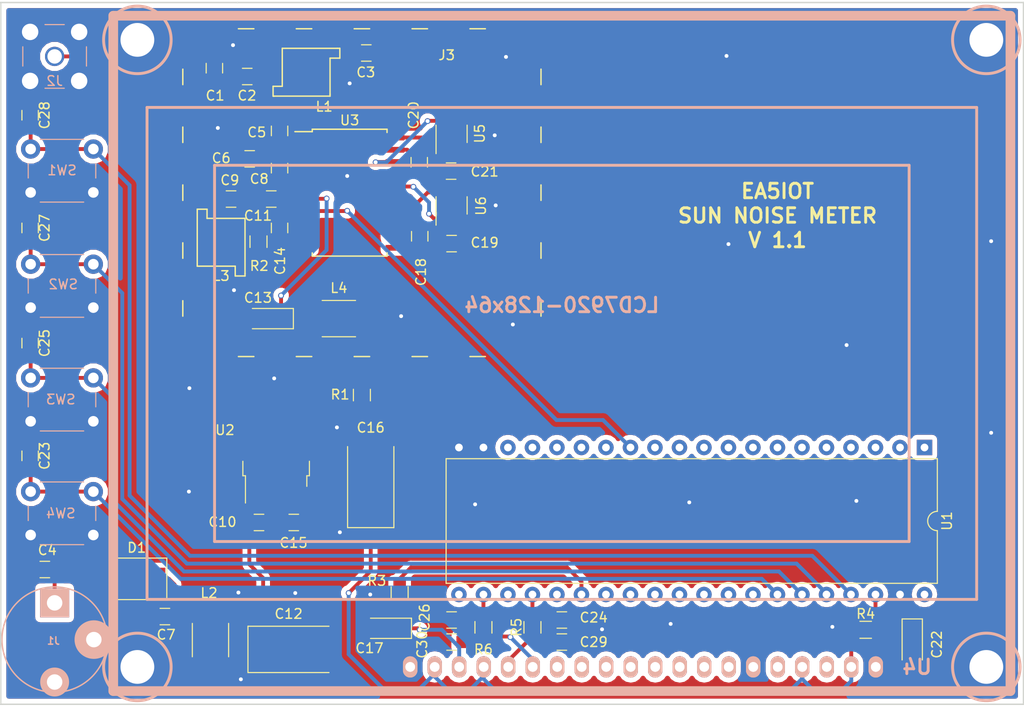
<source format=kicad_pcb>
(kicad_pcb (version 20171130) (host pcbnew "(5.0.1)-4")
  (layers (0 F.Cu signal) (31 B.Cu signal) (34 B.Paste user) (35 F.Paste user) (36 B.SilkS user) (37 F.SilkS user) (38 B.Mask user) (39 F.Mask user) (44 Edge.Cuts user))
  (net 0 "")
  (net 1 GNDREF)
  (net 2 "Net-(C1-Pad2)")
  (net 3 "Net-(C2-Pad1)")
  (net 4 "Net-(C3-Pad1)")
  (net 5 "Net-(C4-Pad1)")
  (net 6 "Net-(C5-Pad1)")
  (net 7 "Net-(C6-Pad1)")
  (net 8 "Net-(C7-Pad1)")
  (net 9 "Net-(C8-Pad1)")
  (net 10 "Net-(C9-Pad2)")
  (net 11 "Net-(C10-Pad1)")
  (net 12 "Net-(C11-Pad1)")
  (net 13 "Net-(C14-Pad1)")
  (net 14 "Net-(C15-Pad1)")
  (net 15 "Net-(C17-Pad1)")
  (net 16 "Net-(C18-Pad1)")
  (net 17 "Net-(C18-Pad2)")
  (net 18 "Net-(C20-Pad1)")
  (net 19 "Net-(C20-Pad2)")
  (net 20 "Net-(L4-Pad2)")
  (net 21 "Net-(R3-Pad1)")
  (net 22 "Net-(U1-Pad1)")
  (net 23 "Net-(U1-Pad21)")
  (net 24 "Net-(U1-Pad2)")
  (net 25 "Net-(U1-Pad3)")
  (net 26 "Net-(U1-Pad23)")
  (net 27 "Net-(U1-Pad4)")
  (net 28 "Net-(U1-Pad5)")
  (net 29 "Net-(U1-Pad25)")
  (net 30 "Net-(U1-Pad6)")
  (net 31 "Net-(U1-Pad7)")
  (net 32 "Net-(U1-Pad27)")
  (net 33 "Net-(U1-Pad8)")
  (net 34 "Net-(U1-Pad28)")
  (net 35 "Net-(U1-Pad9)")
  (net 36 "Net-(U1-Pad29)")
  (net 37 "Net-(U1-Pad10)")
  (net 38 "Net-(U1-Pad30)")
  (net 39 "Net-(U1-Pad11)")
  (net 40 "Net-(U1-Pad31)")
  (net 41 "Net-(U1-Pad12)")
  (net 42 "Net-(U1-Pad32)")
  (net 43 "Net-(U1-Pad33)")
  (net 44 "Net-(U1-Pad14)")
  (net 45 "Net-(U1-Pad15)")
  (net 46 "Net-(U1-Pad16)")
  (net 47 "Net-(U1-Pad17)")
  (net 48 "Net-(U1-Pad18)")
  (net 49 "Net-(U1-Pad40)")
  (net 50 "Net-(U3-Pad5)")
  (net 51 "Net-(U3-Pad8)")
  (net 52 "Net-(U3-Pad9)")
  (net 53 "Net-(U3-Pad10)")
  (net 54 "Net-(U3-Pad11)")
  (net 55 "Net-(U3-Pad14)")
  (net 56 "Net-(U3-Pad16)")
  (net 57 "Net-(U3-Pad18)")
  (net 58 "Net-(U3-Pad20)")
  (net 59 "Net-(U4-Pad7)")
  (net 60 "Net-(U4-Pad8)")
  (net 61 "Net-(U4-Pad9)")
  (net 62 "Net-(U4-Pad10)")
  (net 63 "Net-(U4-Pad11)")
  (net 64 "Net-(U4-Pad12)")
  (net 65 "Net-(U4-Pad13)")
  (net 66 "Net-(U4-Pad14)")
  (net 67 "Net-(U4-Pad16)")
  (net 68 "Net-(U4-Pad18)")
  (net 69 "Net-(U5-Pad3)")
  (net 70 "Net-(U5-Pad4)")
  (net 71 "Net-(U6-Pad3)")
  (net 72 "Net-(U6-Pad4)")
  (net 73 "Net-(C28-Pad2)")
  (net 74 "Net-(C27-Pad2)")
  (net 75 "Net-(C25-Pad2)")
  (net 76 "Net-(C23-Pad2)")
  (net 77 "Net-(C26-Pad1)")
  (net 78 "Net-(C24-Pad1)")
  (net 79 "Net-(C22-Pad1)")
  (net 80 "Net-(C29-Pad1)")
  (net 81 "Net-(C30-Pad1)")
  (module "Librerias pcb:lcd_g-128x64" (layer B.Cu) (at 147.828 99.3648 180)
    (fp_text reference U4 (at -36.83 -32.512 180) (layer B.SilkS) (effects (font (size 1.5 1.5) (thickness 0.3)) (justify mirror)))
    (fp_text value LCD7920-128x64 (at 0 5.00126 180) (layer B.SilkS) (effects (font (size 1.5 1.5) (thickness 0.3)) (justify mirror)))
    (pad 20 thru_hole oval (at -32.53994 -32.4993 180) (size 1.5 2.2) (drill 1) (layers *.Cu *.Mask B.SilkS) (net 1 GNDREF))
    (pad 19 thru_hole oval (at -29.99994 -32.4993 180) (size 1.5 2.2) (drill 1) (layers *.Cu *.Mask B.SilkS) (net 14 "Net-(C15-Pad1)"))
    (pad 18 thru_hole oval (at -27.45994 -32.4993 180) (size 1.5 2.2) (drill 1) (layers *.Cu *.Mask B.SilkS) (net 68 "Net-(U4-Pad18)"))
    (pad 17 thru_hole oval (at -24.91994 -32.4993 180) (size 1.5 2.2) (drill 1) (layers *.Cu *.Mask B.SilkS) (net 14 "Net-(C15-Pad1)"))
    (pad 16 thru_hole oval (at -22.37994 -32.4993 180) (size 1.5 2.2) (drill 1) (layers *.Cu *.Mask B.SilkS) (net 67 "Net-(U4-Pad16)"))
    (pad 15 thru_hole oval (at -19.83994 -32.4993 180) (size 1.5 2.2) (drill 1) (layers *.Cu *.Mask B.SilkS) (net 1 GNDREF))
    (pad 14 thru_hole oval (at -17.29994 -32.4993 180) (size 1.5 2.2) (drill 1) (layers *.Cu *.Mask B.SilkS) (net 66 "Net-(U4-Pad14)"))
    (pad 13 thru_hole oval (at -14.75994 -32.4993 180) (size 1.5 2.2) (drill 1) (layers *.Cu *.Mask B.SilkS) (net 65 "Net-(U4-Pad13)"))
    (pad 12 thru_hole oval (at -12.21994 -32.4993 180) (size 1.5 2.2) (drill 1) (layers *.Cu *.Mask B.SilkS) (net 64 "Net-(U4-Pad12)"))
    (pad 11 thru_hole oval (at -9.67994 -32.4993 180) (size 1.5 2.2) (drill 1) (layers *.Cu *.Mask B.SilkS) (net 63 "Net-(U4-Pad11)"))
    (pad 10 thru_hole oval (at -7.13994 -32.4993 180) (size 1.5 2.2) (drill 1) (layers *.Cu *.Mask B.SilkS) (net 62 "Net-(U4-Pad10)"))
    (pad 9 thru_hole oval (at -4.59994 -32.4993 180) (size 1.5 2.2) (drill 1) (layers *.Cu *.Mask B.SilkS) (net 61 "Net-(U4-Pad9)"))
    (pad 8 thru_hole oval (at -2.05994 -32.4993 180) (size 1.5 2.2) (drill 1) (layers *.Cu *.Mask B.SilkS) (net 60 "Net-(U4-Pad8)"))
    (pad 7 thru_hole oval (at 0.48006 -32.4993 180) (size 1.5 2.2) (drill 1) (layers *.Cu *.Mask B.SilkS) (net 59 "Net-(U4-Pad7)"))
    (pad 6 thru_hole oval (at 3.02006 -32.4993 180) (size 1.5 2.2) (drill 1) (layers *.Cu *.Mask B.SilkS) (net 81 "Net-(C30-Pad1)"))
    (pad 5 thru_hole oval (at 5.56006 -32.4993 180) (size 1.5 2.2) (drill 1) (layers *.Cu *.Mask B.SilkS) (net 80 "Net-(C29-Pad1)"))
    (pad 4 thru_hole oval (at 8.10006 -32.4993 180) (size 1.5 2.2) (drill 1) (layers *.Cu *.Mask B.SilkS) (net 14 "Net-(C15-Pad1)"))
    (pad 3 thru_hole oval (at 10.64006 -32.4993 180) (size 1.5 2.2) (drill 1) (layers *.Cu *.Mask B.SilkS) (net 15 "Net-(C17-Pad1)"))
    (pad 2 thru_hole oval (at 13.18006 -32.4993 180) (size 1.5 2.2) (drill 1) (layers *.Cu *.Mask B.SilkS) (net 14 "Net-(C15-Pad1)"))
    (pad 1 thru_hole oval (at 15.72006 -32.4993 180) (size 1.5 2.2) (drill 1) (layers *.Cu *.Mask B.SilkS) (net 1 GNDREF))
    (pad "" thru_hole circle (at -44.00042 32.4993 180) (size 4.5 4.5) (drill 3.5) (layers *.Cu *.Mask) (net 1 GNDREF))
    (pad "" thru_hole circle (at 44.00042 32.4993 180) (size 4.5 4.5) (drill 3.5) (layers *.Cu *.Mask) (net 1 GNDREF))
    (pad "" thru_hole circle (at 44.00042 -32.4993 180) (size 4.5 4.5) (drill 3.5) (layers *.Cu *.Mask) (net 1 GNDREF))
    (pad "" thru_hole circle (at -44.00042 -32.4993 180) (size 4.5 4.5) (drill 3.5) (layers *.Cu *.Mask) (net 1 GNDREF))
    (pad 1 thru_hole oval (at 15.72006 -32.4993 180) (size 1.5 2.2) (drill 1) (layers *.Cu *.Mask B.SilkS) (net 1 GNDREF))
    (pad 2 thru_hole oval (at 13.18006 -32.4993 180) (size 1.5 2.2) (drill 1) (layers *.Cu *.Mask B.SilkS) (net 14 "Net-(C15-Pad1)"))
    (pad 3 thru_hole oval (at 10.64006 -32.4993 180) (size 1.5 2.2) (drill 1) (layers *.Cu *.Mask B.SilkS) (net 15 "Net-(C17-Pad1)"))
    (pad 4 thru_hole oval (at 8.10006 -32.4993 180) (size 1.5 2.2) (drill 1) (layers *.Cu *.Mask B.SilkS) (net 14 "Net-(C15-Pad1)"))
    (pad 5 thru_hole oval (at 5.56006 -32.4993 180) (size 1.5 2.2) (drill 1) (layers *.Cu *.Mask B.SilkS) (net 80 "Net-(C29-Pad1)"))
    (pad 6 thru_hole oval (at 3.02006 -32.4993 180) (size 1.5 2.2) (drill 1) (layers *.Cu *.Mask B.SilkS) (net 81 "Net-(C30-Pad1)"))
    (pad 7 thru_hole oval (at 0.48006 -32.4993 180) (size 1.5 2.2) (drill 1) (layers *.Cu *.Mask B.SilkS) (net 59 "Net-(U4-Pad7)"))
    (pad 8 thru_hole oval (at -2.05994 -32.4993 180) (size 1.5 2.2) (drill 1) (layers *.Cu *.Mask B.SilkS) (net 60 "Net-(U4-Pad8)"))
    (pad 9 thru_hole oval (at -4.59994 -32.4993 180) (size 1.5 2.2) (drill 1) (layers *.Cu *.Mask B.SilkS) (net 61 "Net-(U4-Pad9)"))
    (pad 10 thru_hole oval (at -7.13994 -32.4993 180) (size 1.5 2.2) (drill 1) (layers *.Cu *.Mask B.SilkS) (net 62 "Net-(U4-Pad10)"))
    (pad 11 thru_hole oval (at -9.67994 -32.4993 180) (size 1.5 2.2) (drill 1) (layers *.Cu *.Mask B.SilkS) (net 63 "Net-(U4-Pad11)"))
    (pad 12 thru_hole oval (at -12.21994 -32.4993 180) (size 1.5 2.2) (drill 1) (layers *.Cu *.Mask B.SilkS) (net 64 "Net-(U4-Pad12)"))
    (pad 13 thru_hole oval (at -14.75994 -32.4993 180) (size 1.5 2.2) (drill 1) (layers *.Cu *.Mask B.SilkS) (net 65 "Net-(U4-Pad13)"))
    (pad 14 thru_hole oval (at -17.29994 -32.4993 180) (size 1.5 2.2) (drill 1) (layers *.Cu *.Mask B.SilkS) (net 66 "Net-(U4-Pad14)"))
    (pad 15 thru_hole oval (at -19.83994 -32.4993 180) (size 1.5 2.2) (drill 1) (layers *.Cu *.Mask B.SilkS) (net 1 GNDREF))
    (pad 16 thru_hole oval (at -22.37994 -32.4993 180) (size 1.5 2.2) (drill 1) (layers *.Cu *.Mask B.SilkS) (net 67 "Net-(U4-Pad16)"))
    (pad 17 thru_hole oval (at -24.91994 -32.4993 180) (size 1.5 2.2) (drill 1) (layers *.Cu *.Mask B.SilkS) (net 14 "Net-(C15-Pad1)"))
    (pad 18 thru_hole oval (at -27.45994 -32.4993 180) (size 1.5 2.2) (drill 1) (layers *.Cu *.Mask B.SilkS) (net 68 "Net-(U4-Pad18)"))
    (pad 19 thru_hole oval (at -29.99994 -32.4993 180) (size 1.5 2.2) (drill 1) (layers *.Cu *.Mask B.SilkS) (net 14 "Net-(C15-Pad1)"))
    (pad 20 thru_hole oval (at -32.53994 -32.4993 180) (size 1.5 2.2) (drill 1) (layers *.Cu *.Mask B.SilkS) (net 1 GNDREF))
  )
  (module "Librerias pcb:VIA" (layer F.Cu) (at 178.3588 114.6556)
    (fp_text reference "" (at 0 -2.75) (layer F.SilkS))
    (fp_text value "")
    (pad 1 thru_hole circle (at 0 0) (size 0.6 0.6) (drill 0.4) (layers *.Cu *.Mask) (net 1 GNDREF))
  )
  (module "Librerias pcb:VIA" (layer F.Cu) (at 124.8156 117.9068)
    (fp_text reference "" (at 0 -2.75) (layer F.SilkS))
    (fp_text value "")
    (pad 1 thru_hole circle (at 0 0) (size 0.6 0.6) (drill 0.4) (layers *.Cu *.Mask) (net 1 GNDREF))
  )
  (module "Librerias pcb:VIA" (layer F.Cu) (at 127.9652 124.3584)
    (fp_text reference "" (at 0 -2.75) (layer F.SilkS))
    (fp_text value "")
    (pad 1 thru_hole circle (at 0 0) (size 0.6 0.6) (drill 0.4) (layers *.Cu *.Mask) (net 1 GNDREF))
  )
  (module "Librerias pcb:VIA" (layer F.Cu) (at 138.8364 115.0112)
    (fp_text reference "" (at 0 -2.75) (layer F.SilkS))
    (fp_text value "")
    (pad 1 thru_hole circle (at 0 0) (size 0.6 0.6) (drill 0.4) (layers *.Cu *.Mask) (net 1 GNDREF))
  )
  (module "Librerias pcb:VIA" (layer F.Cu) (at 114.554 133.1468)
    (fp_text reference "" (at 0 -2.75) (layer F.SilkS))
    (fp_text value "")
    (pad 1 thru_hole circle (at 0 0) (size 0.6 0.6) (drill 0.4) (layers *.Cu *.Mask) (net 1 GNDREF))
  )
  (module "Librerias pcb:VIA" (layer F.Cu) (at 177.3428 98.5012)
    (fp_text reference "" (at 0 -2.75) (layer F.SilkS))
    (fp_text value "")
    (pad 1 thru_hole circle (at 0 0) (size 0.6 0.6) (drill 0.4) (layers *.Cu *.Mask) (net 1 GNDREF))
  )
  (module "Librerias pcb:VIA" (layer F.Cu) (at 192.3288 107.5944)
    (fp_text reference "" (at 0 -2.75) (layer F.SilkS))
    (fp_text value "")
    (pad 1 thru_hole circle (at 0 0) (size 0.6 0.6) (drill 0.4) (layers *.Cu *.Mask) (net 1 GNDREF))
  )
  (module "Librerias pcb:VIA" (layer F.Cu) (at 192.3288 87.7316)
    (fp_text reference "" (at 0 -2.75) (layer F.SilkS))
    (fp_text value "")
    (pad 1 thru_hole circle (at 0 0) (size 0.6 0.6) (drill 0.4) (layers *.Cu *.Mask) (net 1 GNDREF))
  )
  (module "Librerias pcb:VIA" (layer F.Cu) (at 164.8968 68.5292)
    (fp_text reference "" (at 0 -2.75) (layer F.SilkS))
    (fp_text value "")
    (pad 1 thru_hole circle (at 0 0) (size 0.6 0.6) (drill 0.4) (layers *.Cu *.Mask) (net 1 GNDREF))
  )
  (module "Librerias pcb:VIA" (layer F.Cu) (at 165.1 88.0364)
    (fp_text reference "" (at 0 -2.75) (layer F.SilkS))
    (fp_text value "")
    (pad 1 thru_hole circle (at 0 0) (size 0.6 0.6) (drill 0.4) (layers *.Cu *.Mask) (net 1 GNDREF))
  )
  (module "Librerias pcb:VIA" (layer F.Cu) (at 118.0084 101.9556)
    (fp_text reference "" (at 0 -2.75) (layer F.SilkS))
    (fp_text value "")
    (pad 1 thru_hole circle (at 0 0) (size 0.6 0.6) (drill 0.4) (layers *.Cu *.Mask) (net 1 GNDREF))
  )
  (module "Librerias pcb:VIA" (layer F.Cu) (at 142.748 96.3676)
    (fp_text reference "" (at 0 -2.75) (layer F.SilkS))
    (fp_text value "")
    (pad 1 thru_hole circle (at 0 0) (size 0.6 0.6) (drill 0.4) (layers *.Cu *.Mask) (net 1 GNDREF))
  )
  (module "Librerias pcb:VIA" (layer F.Cu) (at 142.0368 68.6308)
    (fp_text reference "" (at 0 -2.75) (layer F.SilkS))
    (fp_text value "")
    (pad 1 thru_hole circle (at 0 0) (size 0.6 0.6) (drill 0.4) (layers *.Cu *.Mask) (net 1 GNDREF))
  )
  (module "Librerias pcb:VIA" (layer F.Cu) (at 125.8316 71.374)
    (fp_text reference "" (at 0 -2.75) (layer F.SilkS))
    (fp_text value "")
    (pad 1 thru_hole circle (at 0 0) (size 0.6 0.6) (drill 0.4) (layers *.Cu *.Mask) (net 1 GNDREF))
  )
  (module "Librerias pcb:VIA" (layer F.Cu) (at 113.7412 67.4116)
    (fp_text reference "" (at 0 -2.75) (layer F.SilkS))
    (fp_text value "")
    (pad 1 thru_hole circle (at 0 0) (size 0.6 0.6) (drill 0.4) (layers *.Cu *.Mask) (net 1 GNDREF))
  )
  (module "Librerias pcb:VIA" (layer F.Cu) (at 140.97 84.0232)
    (fp_text reference "" (at 0 -2.75) (layer F.SilkS))
    (fp_text value "")
    (pad 1 thru_hole circle (at 0 0) (size 0.6 0.6) (drill 0.4) (layers *.Cu *.Mask) (net 1 GNDREF))
  )
  (module "Librerias pcb:VIA" (layer F.Cu) (at 140.8684 76.7588)
    (fp_text reference "" (at 0 -2.75) (layer F.SilkS))
    (fp_text value "")
    (pad 1 thru_hole circle (at 0 0) (size 0.6 0.6) (drill 0.4) (layers *.Cu *.Mask) (net 1 GNDREF))
  )
  (module "Librerias pcb:VIA" (layer F.Cu) (at 125.5776 80.9752)
    (fp_text reference "" (at 0 -2.75) (layer F.SilkS))
    (fp_text value "")
    (pad 1 thru_hole circle (at 0 0) (size 0.6 0.6) (drill 0.4) (layers *.Cu *.Mask) (net 1 GNDREF))
  )
  (module "Librerias pcb:VIA" (layer F.Cu) (at 112.1664 75.9968)
    (fp_text reference "" (at 0 -2.75) (layer F.SilkS))
    (fp_text value "")
    (pad 1 thru_hole circle (at 0 0) (size 0.6 0.6) (drill 0.4) (layers *.Cu *.Mask) (net 1 GNDREF))
  )
  (module "Librerias pcb:VIA" (layer F.Cu) (at 113.8428 92.8116)
    (fp_text reference "" (at 0 -2.75) (layer F.SilkS))
    (fp_text value "")
    (pad 1 thru_hole circle (at 0 0) (size 0.6 0.6) (drill 0.4) (layers *.Cu *.Mask) (net 1 GNDREF))
  )
  (module "Librerias pcb:VIA" (layer F.Cu) (at 131.1656 95.504)
    (fp_text reference "" (at 0 -2.75) (layer F.SilkS))
    (fp_text value "")
    (pad 1 thru_hole circle (at 0 0) (size 0.6 0.6) (drill 0.4) (layers *.Cu *.Mask) (net 1 GNDREF))
  )
  (module "Librerias pcb:VIA" (layer F.Cu) (at 161.036 114.808)
    (fp_text reference "" (at 0 -2.75) (layer F.SilkS))
    (fp_text value "")
    (pad 1 thru_hole circle (at 0 0) (size 0.6 0.6) (drill 0.4) (layers *.Cu *.Mask) (net 1 GNDREF))
  )
  (module "Librerias pcb:VIA" (layer F.Cu) (at 159.1056 127.4064)
    (fp_text reference "" (at 0 -2.75) (layer F.SilkS))
    (fp_text value "")
    (pad 1 thru_hole circle (at 0 0) (size 0.6 0.6) (drill 0.4) (layers *.Cu *.Mask) (net 1 GNDREF))
  )
  (module "Librerias pcb:VIA" (layer F.Cu) (at 109.22 102.9716)
    (fp_text reference "" (at 0 -2.75) (layer F.SilkS))
    (fp_text value "")
    (pad 1 thru_hole circle (at 0 0) (size 0.6 0.6) (drill 0.4) (layers *.Cu *.Mask) (net 1 GNDREF))
  )
  (module "Librerias pcb:VIA" (layer F.Cu) (at 124.5108 107.0356)
    (fp_text reference "" (at 0 -2.75) (layer F.SilkS))
    (fp_text value "")
    (pad 1 thru_hole circle (at 0 0) (size 0.6 0.6) (drill 0.4) (layers *.Cu *.Mask) (net 1 GNDREF))
  )
  (module "Librerias pcb:VIA" (layer F.Cu) (at 109.1692 113.6904)
    (fp_text reference "" (at 0 -2.75) (layer F.SilkS))
    (fp_text value "")
    (pad 1 thru_hole circle (at 0 0) (size 0.6 0.6) (drill 0.4) (layers *.Cu *.Mask) (net 1 GNDREF))
  )
  (module "Librerias pcb:VIA" (layer F.Cu) (at 114.3 124.1552)
    (fp_text reference "" (at 0 -2.75) (layer F.SilkS))
    (fp_text value "")
    (pad 1 thru_hole circle (at 0 0) (size 0.6 0.6) (drill 0.4) (layers *.Cu *.Mask) (net 1 GNDREF))
  )
  (module "Librerias pcb:VIA" (layer F.Cu) (at 120.1928 124.206)
    (fp_text reference "" (at 0 -2.75) (layer F.SilkS))
    (fp_text value "")
    (pad 1 thru_hole circle (at 0 0) (size 0.6 0.6) (drill 0.4) (layers *.Cu *.Mask) (net 1 GNDREF))
  )
  (module "Librerias pcb:VIA" (layer F.Cu) (at 149.606 128.016)
    (fp_text reference "" (at 0 -2.75) (layer F.SilkS))
    (fp_text value "")
    (pad 1 thru_hole circle (at 2.3876 -0.0508) (size 0.6 0.6) (drill 0.4) (layers *.Cu *.Mask) (net 1 GNDREF))
  )
  (module Capacitors_SMD:C_0805 (layer F.Cu) (at 111.8108 69.7992 270)
    (fp_text reference C1 (at 2.8448 -0.0762) (layer F.SilkS))
    (fp_text value 82pF)
    (pad 1 smd rect (at -1 0 270) (size 1 1.25) (layers F.Cu F.Paste F.Mask) (net 1 GNDREF))
    (pad 2 smd rect (at 1 0 270) (size 1 1.25) (layers F.Cu F.Paste F.Mask) (net 2 "Net-(C1-Pad2)"))
  )
  (module Capacitors_SMD:C_0805 (layer F.Cu) (at 115.2144 70.6628 180)
    (fp_text reference C2 (at 0.0254 -1.9812 180) (layer F.SilkS))
    (fp_text value 18pf)
    (pad 1 smd rect (at -1 0 180) (size 1 1.25) (layers F.Cu F.Paste F.Mask) (net 3 "Net-(C2-Pad1)"))
    (pad 2 smd rect (at 1 0 180) (size 1 1.25) (layers F.Cu F.Paste F.Mask) (net 2 "Net-(C1-Pad2)"))
  )
  (module Capacitors_SMD:C_0805 (layer F.Cu) (at 127.5588 68.2244)
    (fp_text reference C3 (at -0.0508 2.0066) (layer F.SilkS))
    (fp_text value 1nF)
    (pad 1 smd rect (at -1 0) (size 1 1.25) (layers F.Cu F.Paste F.Mask) (net 4 "Net-(C3-Pad1)"))
    (pad 2 smd rect (at 1 0) (size 1 1.25) (layers F.Cu F.Paste F.Mask) (net 1 GNDREF))
  )
  (module Capacitors_SMD:C_0805 (layer F.Cu) (at 94.234 121.7676 180)
    (fp_text reference C4 (at -0.254 2.0066 180) (layer F.SilkS))
    (fp_text value 100nF)
    (pad 1 smd rect (at -1 0 180) (size 1 1.25) (layers F.Cu F.Paste F.Mask) (net 5 "Net-(C4-Pad1)"))
    (pad 2 smd rect (at 1 0 180) (size 1 1.25) (layers F.Cu F.Paste F.Mask) (net 1 GNDREF))
  )
  (module Capacitors_SMD:C_0805 (layer F.Cu) (at 118.5672 76.3016 90)
    (fp_text reference C5 (at -0.1524 -2.3622 180) (layer F.SilkS))
    (fp_text value 1nF)
    (pad 1 smd rect (at -1 0 90) (size 1 1.25) (layers F.Cu F.Paste F.Mask) (net 6 "Net-(C5-Pad1)"))
    (pad 2 smd rect (at 1 0 90) (size 1 1.25) (layers F.Cu F.Paste F.Mask) (net 1 GNDREF))
  )
  (module Capacitors_SMD:C_0805 (layer F.Cu) (at 115.4684 79.1972 180)
    (fp_text reference C6 (at 2.9464 0.0762 180) (layer F.SilkS))
    (fp_text value 27pF)
    (pad 1 smd rect (at -1 0 180) (size 1 1.25) (layers F.Cu F.Paste F.Mask) (net 7 "Net-(C6-Pad1)"))
    (pad 2 smd rect (at 1 0 180) (size 1 1.25) (layers F.Cu F.Paste F.Mask) (net 1 GNDREF))
  )
  (module Capacitors_SMD:C_0805 (layer F.Cu) (at 106.68 126.6444 180)
    (fp_text reference C7 (at -0.127 -1.8796 180) (layer F.SilkS))
    (fp_text value 100nF)
    (pad 1 smd rect (at -1 0 180) (size 1 1.25) (layers F.Cu F.Paste F.Mask) (net 8 "Net-(C7-Pad1)"))
    (pad 2 smd rect (at 1 0 180) (size 1 1.25) (layers F.Cu F.Paste F.Mask) (net 1 GNDREF))
  )
  (module Capacitors_SMD:C_0805 (layer F.Cu) (at 118.5672 80.1624 90)
    (fp_text reference C8 (at -1.1176 -2.1082 180) (layer F.SilkS))
    (fp_text value 27pF)
    (pad 1 smd rect (at -1 0 90) (size 1 1.25) (layers F.Cu F.Paste F.Mask) (net 9 "Net-(C8-Pad1)"))
    (pad 2 smd rect (at 1 0 90) (size 1 1.25) (layers F.Cu F.Paste F.Mask) (net 7 "Net-(C6-Pad1)"))
  )
  (module Capacitors_SMD:C_0805 (layer F.Cu) (at 113.538 83.3628 180)
    (fp_text reference C9 (at 0.127 1.9558 180) (layer F.SilkS))
    (fp_text value 1nF)
    (pad 1 smd rect (at -1 0 180) (size 1 1.25) (layers F.Cu F.Paste F.Mask) (net 9 "Net-(C8-Pad1)"))
    (pad 2 smd rect (at 1 0 180) (size 1 1.25) (layers F.Cu F.Paste F.Mask) (net 10 "Net-(C9-Pad2)"))
  )
  (module Capacitors_SMD:C_0805 (layer F.Cu) (at 116.4336 116.8908)
    (fp_text reference C10 (at -3.7846 -0.0508) (layer F.SilkS))
    (fp_text value 100nF)
    (pad 1 smd rect (at -1 0) (size 1 1.25) (layers F.Cu F.Paste F.Mask) (net 11 "Net-(C10-Pad1)"))
    (pad 2 smd rect (at 1 0) (size 1 1.25) (layers F.Cu F.Paste F.Mask) (net 1 GNDREF))
  )
  (module Capacitors_SMD:C_0805 (layer F.Cu) (at 117.7036 83.3628 180)
    (fp_text reference C11 (at 1.3716 -1.7272 180) (layer F.SilkS))
    (fp_text value 100nF)
    (pad 1 smd rect (at -1 0 180) (size 1 1.25) (layers F.Cu F.Paste F.Mask) (net 12 "Net-(C11-Pad1)"))
    (pad 2 smd rect (at 1 0 180) (size 1 1.25) (layers F.Cu F.Paste F.Mask) (net 1 GNDREF))
  )
  (module Capacitors_Tantalum_SMD:CP_Tantalum_Case-V_EIA-7343-20_Reflow (layer F.Cu) (at 120.0404 130.048)
    (fp_text reference C12 (at -0.5334 -3.683) (layer F.SilkS))
    (fp_text value 100uF_T)
    (pad 1 smd rect (at -3.175 0) (size 2.55 2.7) (layers F.Cu F.Paste F.Mask) (net 11 "Net-(C10-Pad1)"))
    (pad 2 smd rect (at 3.175 0) (size 2.55 2.7) (layers F.Cu F.Paste F.Mask) (net 1 GNDREF))
  )
  (module Capacitors_Tantalum_SMD:CP_Tantalum_Case-S_EIA-3216-12_Reflow (layer F.Cu) (at 117.348 95.758 180)
    (fp_text reference C13 (at 1.016 2.159 180) (layer F.SilkS))
    (fp_text value 10uF_T)
    (pad 1 smd rect (at -1.375 0 180) (size 1.95 1.5) (layers F.Cu F.Paste F.Mask) (net 12 "Net-(C11-Pad1)"))
    (pad 2 smd rect (at 1.375 0 180) (size 1.95 1.5) (layers F.Cu F.Paste F.Mask) (net 1 GNDREF))
  )
  (module Capacitors_SMD:C_0805 (layer F.Cu) (at 118.5672 86.36 270)
    (fp_text reference C14 (at 3.429 -0.0508 270) (layer F.SilkS))
    (fp_text value 100nF)
    (pad 1 smd rect (at -1 0 270) (size 1 1.25) (layers F.Cu F.Paste F.Mask) (net 13 "Net-(C14-Pad1)"))
    (pad 2 smd rect (at 1 0 270) (size 1 1.25) (layers F.Cu F.Paste F.Mask) (net 1 GNDREF))
  )
  (module Capacitors_SMD:C_0805 (layer F.Cu) (at 120.0404 116.8908 180)
    (fp_text reference C15 (at 0.0254 -2.1082 180) (layer F.SilkS))
    (fp_text value 100nF)
    (pad 1 smd rect (at -1 0 180) (size 1 1.25) (layers F.Cu F.Paste F.Mask) (net 14 "Net-(C15-Pad1)"))
    (pad 2 smd rect (at 1 0 180) (size 1 1.25) (layers F.Cu F.Paste F.Mask) (net 1 GNDREF))
  )
  (module Capacitors_Tantalum_SMD:CP_Tantalum_Case-V_EIA-7343-20_Reflow (layer F.Cu) (at 128.016 112.6744 90)
    (fp_text reference C16 (at 5.6134 0 180) (layer F.SilkS))
    (fp_text value 100uF_T)
    (pad 1 smd rect (at -3.175 0 90) (size 2.55 2.7) (layers F.Cu F.Paste F.Mask) (net 14 "Net-(C15-Pad1)"))
    (pad 2 smd rect (at 3.175 0 90) (size 2.55 2.7) (layers F.Cu F.Paste F.Mask) (net 1 GNDREF))
  )
  (module Capacitors_Tantalum_SMD:CP_Tantalum_Case-S_EIA-3216-12_Reflow (layer F.Cu) (at 129.5908 127.8636 180)
    (fp_text reference C17 (at 1.7018 -2.0574 180) (layer F.SilkS))
    (fp_text value 10uF_T)
    (pad 1 smd rect (at -1.375 0 180) (size 1.95 1.5) (layers F.Cu F.Paste F.Mask) (net 15 "Net-(C17-Pad1)"))
    (pad 2 smd rect (at 1.375 0 180) (size 1.95 1.5) (layers F.Cu F.Paste F.Mask) (net 1 GNDREF))
  )
  (module Capacitors_SMD:C_0805 (layer F.Cu) (at 133.096 87.2236 270)
    (fp_text reference C18 (at 3.7084 -0.127 270) (layer F.SilkS))
    (fp_text value 100nF)
    (pad 1 smd rect (at -1 0 270) (size 1 1.25) (layers F.Cu F.Paste F.Mask) (net 16 "Net-(C18-Pad1)"))
    (pad 2 smd rect (at 1 0 270) (size 1 1.25) (layers F.Cu F.Paste F.Mask) (net 17 "Net-(C18-Pad2)"))
  )
  (module Capacitors_SMD:C_0805 (layer F.Cu) (at 136.398 87.9856)
    (fp_text reference C19 (at 3.429 -0.1016) (layer F.SilkS))
    (fp_text value 100nF)
    (pad 1 smd rect (at -1 0) (size 1 1.25) (layers F.Cu F.Paste F.Mask) (net 16 "Net-(C18-Pad1)"))
    (pad 2 smd rect (at 1 0) (size 1 1.25) (layers F.Cu F.Paste F.Mask) (net 1 GNDREF))
  )
  (module Capacitors_SMD:C_0805 (layer F.Cu) (at 133.0452 79.5528 270)
    (fp_text reference C20 (at -4.8768 0.5842 270) (layer F.SilkS))
    (fp_text value 100nF)
    (pad 1 smd rect (at -1 0 270) (size 1 1.25) (layers F.Cu F.Paste F.Mask) (net 18 "Net-(C20-Pad1)"))
    (pad 2 smd rect (at 1 0 270) (size 1 1.25) (layers F.Cu F.Paste F.Mask) (net 19 "Net-(C20-Pad2)"))
  )
  (module Capacitors_SMD:C_0805 (layer F.Cu) (at 136.3472 80.4672)
    (fp_text reference C21 (at 3.4798 0.0508) (layer F.SilkS))
    (fp_text value 100nF)
    (pad 1 smd rect (at -1 0) (size 1 1.25) (layers F.Cu F.Paste F.Mask) (net 19 "Net-(C20-Pad2)"))
    (pad 2 smd rect (at 1 0) (size 1 1.25) (layers F.Cu F.Paste F.Mask) (net 1 GNDREF))
  )
  (module Diodes_SMD:D_SMB (layer F.Cu) (at 103.3272 122.7328 180)
    (fp_text reference D1 (at -0.4318 3.2258 180) (layer F.SilkS))
    (fp_text value D)
    (pad 1 smd rect (at -2.15 0 180) (size 2.5 2.3) (layers F.Cu F.Paste F.Mask) (net 8 "Net-(C7-Pad1)"))
    (pad 2 smd rect (at 2.15 0 180) (size 2.5 2.3) (layers F.Cu F.Paste F.Mask) (net 5 "Net-(C4-Pad1)"))
  )
  (module Connectors:SMA_THT_Jack_Straight (layer B.Cu) (at 95.25 68.58)
    (fp_text reference J2 (at 0 2.54) (layer B.SilkS) (effects (justify mirror)))
    (fp_text value SMA)
    (pad 2 thru_hole circle (at -2.54 -2.54) (size 2.2 2.2) (drill 1.7) (layers *.Cu *.Mask) (net 1 GNDREF))
    (pad 2 thru_hole circle (at -2.54 2.54) (size 2.2 2.2) (drill 1.7) (layers *.Cu *.Mask) (net 1 GNDREF))
    (pad 2 thru_hole circle (at 2.54 2.54) (size 2.2 2.2) (drill 1.7) (layers *.Cu *.Mask) (net 1 GNDREF))
    (pad 2 thru_hole circle (at 2.54 -2.54) (size 2.2 2.2) (drill 1.7) (layers *.Cu *.Mask) (net 1 GNDREF))
    (pad 1 thru_hole circle (at 0 0) (size 2 2) (drill 1.5) (layers *.Cu *.Mask) (net 2 "Net-(C1-Pad2)"))
  )
  (module Inductors_SMD:L_1812 (layer F.Cu) (at 111.4044 129.0828 270)
    (fp_text reference L2 (at -4.8768 0.1524) (layer F.SilkS))
    (fp_text value 10uH)
    (pad 1 smd rect (at -2.44 0 270) (size 1.6 3.5) (layers F.Cu F.Paste F.Mask) (net 8 "Net-(C7-Pad1)"))
    (pad 2 smd rect (at 2.44 0 270) (size 1.6 3.5) (layers F.Cu F.Paste F.Mask) (net 11 "Net-(C10-Pad1)"))
  )
  (module Inductors_SMD:L_1812 (layer F.Cu) (at 124.714 95.758)
    (fp_text reference L4 (at 0 -3.17) (layer F.SilkS))
    (fp_text value 10uH)
    (pad 1 smd rect (at -2.44 0) (size 1.6 3.5) (layers F.Cu F.Paste F.Mask) (net 12 "Net-(C11-Pad1)"))
    (pad 2 smd rect (at 2.44 0) (size 1.6 3.5) (layers F.Cu F.Paste F.Mask) (net 20 "Net-(L4-Pad2)"))
  )
  (module Resistors_SMD:R_0805 (layer F.Cu) (at 127.1016 103.6828 270)
    (fp_text reference R1 (at -0.0508 2.2606) (layer F.SilkS))
    (fp_text value 10)
    (pad 1 smd rect (at -0.95 0 270) (size 0.7 1.3) (layers F.Cu F.Paste F.Mask) (net 20 "Net-(L4-Pad2)"))
    (pad 2 smd rect (at 0.95 0 270) (size 0.7 1.3) (layers F.Cu F.Paste F.Mask) (net 14 "Net-(C15-Pad1)"))
  )
  (module Resistors_SMD:R_0805 (layer F.Cu) (at 116.3828 87.7824 270)
    (fp_text reference R2 (at 2.5146 -0.0762) (layer F.SilkS))
    (fp_text value 75K)
    (pad 1 smd rect (at -0.95 0 270) (size 0.7 1.3) (layers F.Cu F.Paste F.Mask) (net 13 "Net-(C14-Pad1)"))
    (pad 2 smd rect (at 0.95 0 270) (size 0.7 1.3) (layers F.Cu F.Paste F.Mask) (net 1 GNDREF))
  )
  (module Resistors_SMD:R_0805 (layer F.Cu) (at 131.0132 124.1552 270)
    (fp_text reference R3 (at -1.2192 2.3622) (layer F.SilkS))
    (fp_text value 1K)
    (pad 1 smd rect (at -0.95 0 270) (size 0.7 1.3) (layers F.Cu F.Paste F.Mask) (net 21 "Net-(R3-Pad1)"))
    (pad 2 smd rect (at 0.95 0 270) (size 0.7 1.3) (layers F.Cu F.Paste F.Mask) (net 15 "Net-(C17-Pad1)"))
  )
  (module Buttons_Switches_THT:SW_PUSH_6mm_h13mm (layer B.Cu) (at 99.2632 78.1812 180)
    (fp_text reference SW1 (at 3.2512 -2.2098 180) (layer B.SilkS) (effects (justify mirror)))
    (fp_text value SW_Push)
    (pad 2 thru_hole circle (at 0 -4.5 90) (size 2 2) (drill 1.1) (layers *.Cu *.Mask) (net 1 GNDREF))
    (pad 1 thru_hole circle (at 0 0 90) (size 2 2) (drill 1.1) (layers *.Cu *.Mask) (net 73 "Net-(C28-Pad2)"))
    (pad 2 thru_hole circle (at 6.5 -4.5 90) (size 2 2) (drill 1.1) (layers *.Cu *.Mask) (net 1 GNDREF))
    (pad 1 thru_hole circle (at 6.5 0 90) (size 2 2) (drill 1.1) (layers *.Cu *.Mask) (net 73 "Net-(C28-Pad2)"))
  )
  (module Buttons_Switches_THT:SW_PUSH_6mm_h13mm (layer B.Cu) (at 99.2632 90.1192 180)
    (fp_text reference SW2 (at 3.1242 -2.0828 180) (layer B.SilkS) (effects (justify mirror)))
    (fp_text value SW_Push)
    (pad 2 thru_hole circle (at 0 -4.5 90) (size 2 2) (drill 1.1) (layers *.Cu *.Mask) (net 1 GNDREF))
    (pad 1 thru_hole circle (at 0 0 90) (size 2 2) (drill 1.1) (layers *.Cu *.Mask) (net 74 "Net-(C27-Pad2)"))
    (pad 2 thru_hole circle (at 6.5 -4.5 90) (size 2 2) (drill 1.1) (layers *.Cu *.Mask) (net 1 GNDREF))
    (pad 1 thru_hole circle (at 6.5 0 90) (size 2 2) (drill 1.1) (layers *.Cu *.Mask) (net 74 "Net-(C27-Pad2)"))
  )
  (module Buttons_Switches_THT:SW_PUSH_6mm_h13mm (layer B.Cu) (at 99.2632 101.9048 180)
    (fp_text reference SW3 (at 3.3782 -2.2352 180) (layer B.SilkS) (effects (justify mirror)))
    (fp_text value SW_Push)
    (pad 2 thru_hole circle (at 0 -4.5 90) (size 2 2) (drill 1.1) (layers *.Cu *.Mask) (net 1 GNDREF))
    (pad 1 thru_hole circle (at 0 0 90) (size 2 2) (drill 1.1) (layers *.Cu *.Mask) (net 75 "Net-(C25-Pad2)"))
    (pad 2 thru_hole circle (at 6.5 -4.5 90) (size 2 2) (drill 1.1) (layers *.Cu *.Mask) (net 1 GNDREF))
    (pad 1 thru_hole circle (at 6.5 0 90) (size 2 2) (drill 1.1) (layers *.Cu *.Mask) (net 75 "Net-(C25-Pad2)"))
  )
  (module Buttons_Switches_THT:SW_PUSH_6mm_h13mm (layer B.Cu) (at 99.2632 113.6904 180)
    (fp_text reference SW4 (at 3.3782 -2.2606 180) (layer B.SilkS) (effects (justify mirror)))
    (fp_text value SW_Push)
    (pad 2 thru_hole circle (at 0 -4.5 90) (size 2 2) (drill 1.1) (layers *.Cu *.Mask) (net 1 GNDREF))
    (pad 1 thru_hole circle (at 0 0 90) (size 2 2) (drill 1.1) (layers *.Cu *.Mask) (net 76 "Net-(C23-Pad2)"))
    (pad 2 thru_hole circle (at 6.5 -4.5 90) (size 2 2) (drill 1.1) (layers *.Cu *.Mask) (net 1 GNDREF))
    (pad 1 thru_hole circle (at 6.5 0 90) (size 2 2) (drill 1.1) (layers *.Cu *.Mask) (net 76 "Net-(C23-Pad2)"))
  )
  (module Housings_DIP:DIP-40_W15.24mm (layer F.Cu) (at 185.42 109.1184 270)
    (fp_text reference U1 (at 7.62 -2.33 270) (layer F.SilkS))
    (fp_text value Arduino_STM32F103C8T6)
    (pad 1 thru_hole rect (at 0 0 270) (size 1.6 1.6) (drill 0.8) (layers *.Cu *.Mask) (net 22 "Net-(U1-Pad1)"))
    (pad 21 thru_hole oval (at 15.24 48.26 270) (size 1.6 1.6) (drill 0.8) (layers *.Cu *.Mask) (net 23 "Net-(U1-Pad21)"))
    (pad 2 thru_hole oval (at 0 2.54 270) (size 1.6 1.6) (drill 0.8) (layers *.Cu *.Mask) (net 24 "Net-(U1-Pad2)"))
    (pad 22 thru_hole oval (at 15.24 45.72 270) (size 1.6 1.6) (drill 0.8) (layers *.Cu *.Mask) (net 77 "Net-(C26-Pad1)"))
    (pad 3 thru_hole oval (at 0 5.08 270) (size 1.6 1.6) (drill 0.8) (layers *.Cu *.Mask) (net 25 "Net-(U1-Pad3)"))
    (pad 23 thru_hole oval (at 15.24 43.18 270) (size 1.6 1.6) (drill 0.8) (layers *.Cu *.Mask) (net 26 "Net-(U1-Pad23)"))
    (pad 4 thru_hole oval (at 0 7.62 270) (size 1.6 1.6) (drill 0.8) (layers *.Cu *.Mask) (net 27 "Net-(U1-Pad4)"))
    (pad 24 thru_hole oval (at 15.24 40.64 270) (size 1.6 1.6) (drill 0.8) (layers *.Cu *.Mask) (net 78 "Net-(C24-Pad1)"))
    (pad 5 thru_hole oval (at 0 10.16 270) (size 1.6 1.6) (drill 0.8) (layers *.Cu *.Mask) (net 28 "Net-(U1-Pad5)"))
    (pad 25 thru_hole oval (at 15.24 38.1 270) (size 1.6 1.6) (drill 0.8) (layers *.Cu *.Mask) (net 29 "Net-(U1-Pad25)"))
    (pad 6 thru_hole oval (at 0 12.7 270) (size 1.6 1.6) (drill 0.8) (layers *.Cu *.Mask) (net 30 "Net-(U1-Pad6)"))
    (pad 26 thru_hole oval (at 15.24 35.56 270) (size 1.6 1.6) (drill 0.8) (layers *.Cu *.Mask) (net 21 "Net-(R3-Pad1)"))
    (pad 7 thru_hole oval (at 0 15.24 270) (size 1.6 1.6) (drill 0.8) (layers *.Cu *.Mask) (net 31 "Net-(U1-Pad7)"))
    (pad 27 thru_hole oval (at 15.24 33.02 270) (size 1.6 1.6) (drill 0.8) (layers *.Cu *.Mask) (net 32 "Net-(U1-Pad27)"))
    (pad 8 thru_hole oval (at 0 17.78 270) (size 1.6 1.6) (drill 0.8) (layers *.Cu *.Mask) (net 33 "Net-(U1-Pad8)"))
    (pad 28 thru_hole oval (at 15.24 30.48 270) (size 1.6 1.6) (drill 0.8) (layers *.Cu *.Mask) (net 34 "Net-(U1-Pad28)"))
    (pad 9 thru_hole oval (at 0 20.32 270) (size 1.6 1.6) (drill 0.8) (layers *.Cu *.Mask) (net 35 "Net-(U1-Pad9)"))
    (pad 29 thru_hole oval (at 15.24 27.94 270) (size 1.6 1.6) (drill 0.8) (layers *.Cu *.Mask) (net 36 "Net-(U1-Pad29)"))
    (pad 10 thru_hole oval (at 0 22.86 270) (size 1.6 1.6) (drill 0.8) (layers *.Cu *.Mask) (net 37 "Net-(U1-Pad10)"))
    (pad 30 thru_hole oval (at 15.24 25.4 270) (size 1.6 1.6) (drill 0.8) (layers *.Cu *.Mask) (net 38 "Net-(U1-Pad30)"))
    (pad 11 thru_hole oval (at 0 25.4 270) (size 1.6 1.6) (drill 0.8) (layers *.Cu *.Mask) (net 39 "Net-(U1-Pad11)"))
    (pad 31 thru_hole oval (at 15.24 22.86 270) (size 1.6 1.6) (drill 0.8) (layers *.Cu *.Mask) (net 40 "Net-(U1-Pad31)"))
    (pad 12 thru_hole oval (at 0 27.94 270) (size 1.6 1.6) (drill 0.8) (layers *.Cu *.Mask) (net 41 "Net-(U1-Pad12)"))
    (pad 32 thru_hole oval (at 15.24 20.32 270) (size 1.6 1.6) (drill 0.8) (layers *.Cu *.Mask) (net 42 "Net-(U1-Pad32)"))
    (pad 13 thru_hole oval (at 0 30.48 270) (size 1.6 1.6) (drill 0.8) (layers *.Cu *.Mask) (net 13 "Net-(C14-Pad1)"))
    (pad 33 thru_hole oval (at 15.24 17.78 270) (size 1.6 1.6) (drill 0.8) (layers *.Cu *.Mask) (net 43 "Net-(U1-Pad33)"))
    (pad 14 thru_hole oval (at 0 33.02 270) (size 1.6 1.6) (drill 0.8) (layers *.Cu *.Mask) (net 44 "Net-(U1-Pad14)"))
    (pad 34 thru_hole oval (at 15.24 15.24 270) (size 1.6 1.6) (drill 0.8) (layers *.Cu *.Mask) (net 76 "Net-(C23-Pad2)"))
    (pad 15 thru_hole oval (at 0 35.56 270) (size 1.6 1.6) (drill 0.8) (layers *.Cu *.Mask) (net 45 "Net-(U1-Pad15)"))
    (pad 35 thru_hole oval (at 15.24 12.7 270) (size 1.6 1.6) (drill 0.8) (layers *.Cu *.Mask) (net 75 "Net-(C25-Pad2)"))
    (pad 16 thru_hole oval (at 0 38.1 270) (size 1.6 1.6) (drill 0.8) (layers *.Cu *.Mask) (net 46 "Net-(U1-Pad16)"))
    (pad 36 thru_hole oval (at 15.24 10.16 270) (size 1.6 1.6) (drill 0.8) (layers *.Cu *.Mask) (net 74 "Net-(C27-Pad2)"))
    (pad 17 thru_hole oval (at 0 40.64 270) (size 1.6 1.6) (drill 0.8) (layers *.Cu *.Mask) (net 47 "Net-(U1-Pad17)"))
    (pad 37 thru_hole oval (at 15.24 7.62 270) (size 1.6 1.6) (drill 0.8) (layers *.Cu *.Mask) (net 73 "Net-(C28-Pad2)"))
    (pad 18 thru_hole oval (at 0 43.18 270) (size 1.6 1.6) (drill 0.8) (layers *.Cu *.Mask) (net 48 "Net-(U1-Pad18)"))
    (pad 38 thru_hole oval (at 15.24 5.08 270) (size 1.6 1.6) (drill 0.8) (layers *.Cu *.Mask) (net 79 "Net-(C22-Pad1)"))
    (pad 19 thru_hole oval (at 0 45.72 270) (size 1.6 1.6) (drill 0.8) (layers *.Cu *.Mask) (net 1 GNDREF))
    (pad 39 thru_hole oval (at 15.24 2.54 270) (size 1.6 1.6) (drill 0.8) (layers *.Cu *.Mask) (net 1 GNDREF))
    (pad 20 thru_hole oval (at 0 48.26 270) (size 1.6 1.6) (drill 0.8) (layers *.Cu *.Mask) (net 1 GNDREF))
    (pad 40 thru_hole oval (at 15.24 0 270) (size 1.6 1.6) (drill 0.8) (layers *.Cu *.Mask) (net 49 "Net-(U1-Pad40)"))
  )
  (module TO_SOT_Packages_SMD:TO-252-2 (layer F.Cu) (at 118.2116 109.5756 90)
    (fp_text reference U2 (at 2.2606 -5.3086 180) (layer F.SilkS))
    (fp_text value MC78M05_TO252)
    (pad 1 smd rect (at -4.2 -2.28 90) (size 2.2 1.2) (layers F.Cu F.Paste F.Mask) (net 11 "Net-(C10-Pad1)"))
    (pad 3 smd rect (at -4.2 2.28 90) (size 2.2 1.2) (layers F.Cu F.Paste F.Mask) (net 14 "Net-(C15-Pad1)"))
    (pad 2 smd rect (at 2.1 0 90) (size 6.4 5.8) (layers F.Cu F.Mask) (net 1 GNDREF))
    (pad 2 smd rect (at 3.775 1.525 90) (size 3.05 2.75) (layers F.Cu F.Paste) (net 1 GNDREF))
    (pad 2 smd rect (at 0.425 -1.525 90) (size 3.05 2.75) (layers F.Cu F.Paste) (net 1 GNDREF))
    (pad 2 smd rect (at 3.775 -1.525 90) (size 3.05 2.75) (layers F.Cu F.Paste) (net 1 GNDREF))
    (pad 2 smd rect (at 0.425 1.525 90) (size 3.05 2.75) (layers F.Cu F.Paste) (net 1 GNDREF))
  )
  (module Housings_SOIC:SOIC-20W_7.5x12.8mm_Pitch1.27mm (layer F.Cu) (at 125.8316 82.7024)
    (fp_text reference U3 (at 0 -7.5) (layer F.SilkS))
    (fp_text value SA615)
    (pad 1 smd rect (at -4.7 -5.715) (size 1.95 0.6) (layers F.Cu F.Paste F.Mask) (net 3 "Net-(C2-Pad1)"))
    (pad 2 smd rect (at -4.7 -4.445) (size 1.95 0.6) (layers F.Cu F.Paste F.Mask) (net 6 "Net-(C5-Pad1)"))
    (pad 3 smd rect (at -4.7 -3.175) (size 1.95 0.6) (layers F.Cu F.Paste F.Mask) (net 7 "Net-(C6-Pad1)"))
    (pad 4 smd rect (at -4.7 -1.905) (size 1.95 0.6) (layers F.Cu F.Paste F.Mask) (net 9 "Net-(C8-Pad1)"))
    (pad 5 smd rect (at -4.7 -0.635) (size 1.95 0.6) (layers F.Cu F.Paste F.Mask) (net 50 "Net-(U3-Pad5)"))
    (pad 6 smd rect (at -4.7 0.635) (size 1.95 0.6) (layers F.Cu F.Paste F.Mask) (net 12 "Net-(C11-Pad1)"))
    (pad 7 smd rect (at -4.7 1.905) (size 1.95 0.6) (layers F.Cu F.Paste F.Mask) (net 13 "Net-(C14-Pad1)"))
    (pad 8 smd rect (at -4.7 3.175) (size 1.95 0.6) (layers F.Cu F.Paste F.Mask) (net 51 "Net-(U3-Pad8)"))
    (pad 9 smd rect (at -4.7 4.445) (size 1.95 0.6) (layers F.Cu F.Paste F.Mask) (net 52 "Net-(U3-Pad9)"))
    (pad 10 smd rect (at -4.7 5.715) (size 1.95 0.6) (layers F.Cu F.Paste F.Mask) (net 53 "Net-(U3-Pad10)"))
    (pad 11 smd rect (at 4.7 5.715) (size 1.95 0.6) (layers F.Cu F.Paste F.Mask) (net 54 "Net-(U3-Pad11)"))
    (pad 12 smd rect (at 4.7 4.445) (size 1.95 0.6) (layers F.Cu F.Paste F.Mask) (net 17 "Net-(C18-Pad2)"))
    (pad 13 smd rect (at 4.7 3.175) (size 1.95 0.6) (layers F.Cu F.Paste F.Mask) (net 16 "Net-(C18-Pad1)"))
    (pad 14 smd rect (at 4.7 1.905) (size 1.95 0.6) (layers F.Cu F.Paste F.Mask) (net 55 "Net-(U3-Pad14)"))
    (pad 15 smd rect (at 4.7 0.635) (size 1.95 0.6) (layers F.Cu F.Paste F.Mask) (net 1 GNDREF))
    (pad 16 smd rect (at 4.7 -0.635) (size 1.95 0.6) (layers F.Cu F.Paste F.Mask) (net 56 "Net-(U3-Pad16)"))
    (pad 17 smd rect (at 4.7 -1.905) (size 1.95 0.6) (layers F.Cu F.Paste F.Mask) (net 19 "Net-(C20-Pad2)"))
    (pad 18 smd rect (at 4.7 -3.175) (size 1.95 0.6) (layers F.Cu F.Paste F.Mask) (net 57 "Net-(U3-Pad18)"))
    (pad 19 smd rect (at 4.7 -4.445) (size 1.95 0.6) (layers F.Cu F.Paste F.Mask) (net 18 "Net-(C20-Pad1)"))
    (pad 20 smd rect (at 4.7 -5.715) (size 1.95 0.6) (layers F.Cu F.Paste F.Mask) (net 58 "Net-(U3-Pad20)"))
  )
  (module Shielding_Cabinets:Laird_Technologies_BMI-S-206-F_36.83x33.68mm (layer F.Cu) (at 127.1016 82.7024)
    (fp_text reference J3 (at 8.7884 -14.2494) (layer F.SilkS))
    (fp_text value RF_Shield_One_Piece)
    (pad 1 smd rect (at -18.32 -16.74) (size 1 1) (layers F.Cu F.Mask) (net 1 GNDREF))
    (pad 1 smd rect (at 18.32 -16.74) (size 1 1) (layers F.Cu F.Mask) (net 1 GNDREF))
    (pad 1 smd rect (at 18.32 16.74) (size 1 1) (layers F.Cu F.Mask) (net 1 GNDREF))
    (pad 1 smd rect (at -18.32 16.74) (size 1 1) (layers F.Cu F.Mask) (net 1 GNDREF))
    (pad 1 smd rect (at -15.46 -16.74) (size 4.72 1) (layers F.Cu F.Mask) (net 1 GNDREF))
    (pad 1 smd rect (at -15.46 16.74) (size 4.72 1) (layers F.Cu F.Mask) (net 1 GNDREF))
    (pad 1 smd rect (at -9 -16.74) (size 3.8 1) (layers F.Cu F.Mask) (net 1 GNDREF))
    (pad 1 smd rect (at -9 16.74) (size 3.8 1) (layers F.Cu F.Mask) (net 1 GNDREF))
    (pad 1 smd rect (at -3 -16.74) (size 3.8 1) (layers F.Cu F.Mask) (net 1 GNDREF))
    (pad 1 smd rect (at -3 16.74) (size 3.8 1) (layers F.Cu F.Mask) (net 1 GNDREF))
    (pad 1 smd rect (at 3 -16.74) (size 3.8 1) (layers F.Cu F.Mask) (net 1 GNDREF))
    (pad 1 smd rect (at 3 16.74) (size 3.8 1) (layers F.Cu F.Mask) (net 1 GNDREF))
    (pad 1 smd rect (at 9 -16.74) (size 3.8 1) (layers F.Cu F.Mask) (net 1 GNDREF))
    (pad 1 smd rect (at 9 16.74) (size 3.8 1) (layers F.Cu F.Mask) (net 1 GNDREF))
    (pad 1 smd rect (at 15.46 -16.74) (size 4.72 1) (layers F.Cu F.Mask) (net 1 GNDREF))
    (pad 1 smd rect (at 15.46 16.74) (size 4.72 1) (layers F.Cu F.Mask) (net 1 GNDREF))
    (pad 1 smd rect (at -18.32 -14.67) (size 1 3.14) (layers F.Cu F.Mask) (net 1 GNDREF))
    (pad 1 smd rect (at 18.32 -14.67) (size 1 3.14) (layers F.Cu F.Mask) (net 1 GNDREF))
    (pad 1 smd rect (at -18.32 -9) (size 1 3.8) (layers F.Cu F.Mask) (net 1 GNDREF))
    (pad 1 smd rect (at 18.32 -9) (size 1 3.8) (layers F.Cu F.Mask) (net 1 GNDREF))
    (pad 1 smd rect (at -18.32 -3) (size 1 3.8) (layers F.Cu F.Mask) (net 1 GNDREF))
    (pad 1 smd rect (at 18.32 -3) (size 1 3.8) (layers F.Cu F.Mask) (net 1 GNDREF))
    (pad 1 smd rect (at -18.32 3) (size 1 3.8) (layers F.Cu F.Mask) (net 1 GNDREF))
    (pad 1 smd rect (at 18.32 3) (size 1 3.8) (layers F.Cu F.Mask) (net 1 GNDREF))
    (pad 1 smd rect (at -18.32 9) (size 1 3.8) (layers F.Cu F.Mask) (net 1 GNDREF))
    (pad 1 smd rect (at 18.32 9) (size 1 3.8) (layers F.Cu F.Mask) (net 1 GNDREF))
    (pad 1 smd rect (at -18.32 14.67) (size 1 3.14) (layers F.Cu F.Mask) (net 1 GNDREF))
    (pad 1 smd rect (at 18.32 14.67) (size 1 3.14) (layers F.Cu F.Mask) (net 1 GNDREF))
  )
  (module TO_SOT_Packages_SMD:SOT-23-6_Handsoldering (layer F.Cu) (at 136.398 76.6064 90)
    (fp_text reference U5 (at 0.0254 2.921 270) (layer F.SilkS))
    (fp_text value Murata_Filter10_7)
    (pad 1 smd rect (at -1.35 -0.95 90) (size 1.56 0.65) (layers F.Cu F.Paste F.Mask) (net 58 "Net-(U3-Pad20)"))
    (pad 2 smd rect (at -1.35 0 90) (size 1.56 0.65) (layers F.Cu F.Paste F.Mask) (net 1 GNDREF))
    (pad 3 smd rect (at -1.35 0.95 90) (size 1.56 0.65) (layers F.Cu F.Paste F.Mask) (net 69 "Net-(U5-Pad3)"))
    (pad 4 smd rect (at 1.35 0.95 90) (size 1.56 0.65) (layers F.Cu F.Paste F.Mask) (net 70 "Net-(U5-Pad4)"))
    (pad 6 smd rect (at 1.35 -0.95 90) (size 1.56 0.65) (layers F.Cu F.Paste F.Mask) (net 57 "Net-(U3-Pad18)"))
    (pad 5 smd rect (at 1.35 0 90) (size 1.56 0.65) (layers F.Cu F.Paste F.Mask) (net 1 GNDREF))
  )
  (module TO_SOT_Packages_SMD:SOT-23-6_Handsoldering (layer F.Cu) (at 136.398 84.0232 90)
    (fp_text reference U6 (at -0.0508 3.048 90) (layer F.SilkS))
    (fp_text value Murata_Filter10_7)
    (pad 1 smd rect (at -1.35 -0.95 90) (size 1.56 0.65) (layers F.Cu F.Paste F.Mask) (net 56 "Net-(U3-Pad16)"))
    (pad 2 smd rect (at -1.35 0 90) (size 1.56 0.65) (layers F.Cu F.Paste F.Mask) (net 1 GNDREF))
    (pad 3 smd rect (at -1.35 0.95 90) (size 1.56 0.65) (layers F.Cu F.Paste F.Mask) (net 71 "Net-(U6-Pad3)"))
    (pad 4 smd rect (at 1.35 0.95 90) (size 1.56 0.65) (layers F.Cu F.Paste F.Mask) (net 72 "Net-(U6-Pad4)"))
    (pad 6 smd rect (at 1.35 -0.95 90) (size 1.56 0.65) (layers F.Cu F.Paste F.Mask) (net 55 "Net-(U3-Pad14)"))
    (pad 5 smd rect (at 1.35 0 90) (size 1.56 0.65) (layers F.Cu F.Paste F.Mask) (net 1 GNDREF))
  )
  (module "Librerias pcb:DC-JACK" (layer B.Cu) (at 95.25 129.032 180)
    (fp_text reference J1 (at 0.127 -0.127 180) (layer B.SilkS) (effects (font (size 0.762 0.762) (thickness 0.1524)) (justify mirror)))
    (fp_text value Jack-DC hide)
    (pad 2 thru_hole circle (at 0 -4.397 180) (size 3 3) (drill 1.6) (layers *.Cu *.Mask B.SilkS) (net 1 GNDREF))
    (pad 1 thru_hole rect (at 0 3.81 180) (size 3 3) (drill 1.6) (layers *.Cu *.Mask B.SilkS) (net 5 "Net-(C4-Pad1)"))
    (pad 3 thru_hole circle (at -4.064 0 180) (size 4 4) (drill 1.6) (layers *.Cu *.Mask B.SilkS) (net 1 GNDREF))
  )
  (module "Librerias pcb:L_nH_VAR" (layer F.Cu) (at 114.6048 90.3224 180)
    (fp_text reference L3 (at 2.0955 -1.016 180) (layer F.SilkS))
    (fp_text value 90nH)
    (pad 1 smd rect (at 4.064 4.953 180) (size 0.6 1.5) (layers F.Cu F.Paste F.Mask) (net 10 "Net-(C9-Pad2)"))
    (pad 2 smd rect (at 0.105 -0.037 180) (size 0.6 1.5) (layers F.Cu F.Paste F.Mask) (net 1 GNDREF))
  )
  (module "Librerias pcb:L_nH_VAR" (layer F.Cu) (at 123.7996 68.1228 270)
    (fp_text reference L1 (at 5.6642 0.6096) (layer F.SilkS))
    (fp_text value 90nH)
    (pad 1 smd rect (at 4.064 4.953 270) (size 0.6 1.5) (layers F.Cu F.Paste F.Mask) (net 3 "Net-(C2-Pad1)"))
    (pad 2 smd rect (at 0.105 -0.037 270) (size 0.6 1.5) (layers F.Cu F.Paste F.Mask) (net 4 "Net-(C3-Pad1)"))
  )
  (module "Librerias pcb:VIA" (layer F.Cu) (at 175.8696 127.7112)
    (fp_text reference "" (at 0 -2.75) (layer F.SilkS))
    (fp_text value "")
    (pad 1 thru_hole circle (at 0 0) (size 0.6 0.6) (drill 0.4) (layers *.Cu *.Mask) (net 1 GNDREF))
  )
  (module Capacitors_Tantalum_SMD:CP_Tantalum_Case-S_EIA-3216-12_Reflow (layer F.Cu) (at 184.15 129.54 270)
    (fp_text reference C22 (at 0 -2.55 270) (layer F.SilkS))
    (fp_text value 10uF)
    (pad 1 smd rect (at -1.375 0 270) (size 1.95 1.5) (layers F.Cu F.Paste F.Mask) (net 79 "Net-(C22-Pad1)"))
    (pad 2 smd rect (at 1.375 0 270) (size 1.95 1.5) (layers F.Cu F.Paste F.Mask) (net 1 GNDREF))
  )
  (module Capacitors_SMD:C_0805 (layer F.Cu) (at 92.71 109.982 270)
    (fp_text reference C23 (at 0 -1.5 270) (layer F.SilkS))
    (fp_text value 1nF)
    (pad 1 smd rect (at -1 0 270) (size 1 1.25) (layers F.Cu F.Paste F.Mask) (net 1 GNDREF))
    (pad 2 smd rect (at 1 0 270) (size 1 1.25) (layers F.Cu F.Paste F.Mask) (net 76 "Net-(C23-Pad2)"))
  )
  (module Capacitors_SMD:C_0805 (layer F.Cu) (at 147.828 127)
    (fp_text reference C24 (at 3.302 -0.254) (layer F.SilkS))
    (fp_text value 330pF)
    (pad 1 smd rect (at -1 0) (size 1 1.25) (layers F.Cu F.Paste F.Mask) (net 78 "Net-(C24-Pad1)"))
    (pad 2 smd rect (at 1 0) (size 1 1.25) (layers F.Cu F.Paste F.Mask) (net 1 GNDREF))
  )
  (module Capacitors_SMD:C_0805 (layer F.Cu) (at 92.71 98.298 270)
    (fp_text reference C25 (at 0 -1.5 270) (layer F.SilkS))
    (fp_text value 1nF)
    (pad 1 smd rect (at -1 0 270) (size 1 1.25) (layers F.Cu F.Paste F.Mask) (net 1 GNDREF))
    (pad 2 smd rect (at 1 0 270) (size 1 1.25) (layers F.Cu F.Paste F.Mask) (net 75 "Net-(C25-Pad2)"))
  )
  (module Capacitors_SMD:C_0805 (layer F.Cu) (at 136.398 127 180)
    (fp_text reference C26 (at 2.794 0.254 270) (layer F.SilkS))
    (fp_text value 330pF)
    (pad 1 smd rect (at -1 0 180) (size 1 1.25) (layers F.Cu F.Paste F.Mask) (net 77 "Net-(C26-Pad1)"))
    (pad 2 smd rect (at 1 0 180) (size 1 1.25) (layers F.Cu F.Paste F.Mask) (net 1 GNDREF))
  )
  (module Capacitors_SMD:C_0805 (layer F.Cu) (at 92.71 86.36 270)
    (fp_text reference C27 (at 0 -1.5 270) (layer F.SilkS))
    (fp_text value 1nF)
    (pad 1 smd rect (at -1 0 270) (size 1 1.25) (layers F.Cu F.Paste F.Mask) (net 1 GNDREF))
    (pad 2 smd rect (at 1 0 270) (size 1 1.25) (layers F.Cu F.Paste F.Mask) (net 74 "Net-(C27-Pad2)"))
  )
  (module Capacitors_SMD:C_0805 (layer F.Cu) (at 92.71 74.676 270)
    (fp_text reference C28 (at 0 -1.5 270) (layer F.SilkS))
    (fp_text value 1nF)
    (pad 1 smd rect (at -1 0 270) (size 1 1.25) (layers F.Cu F.Paste F.Mask) (net 1 GNDREF))
    (pad 2 smd rect (at 1 0 270) (size 1 1.25) (layers F.Cu F.Paste F.Mask) (net 73 "Net-(C28-Pad2)"))
  )
  (module Capacitors_SMD:C_0805 (layer F.Cu) (at 147.828 129.286)
    (fp_text reference C29 (at 3.302 0) (layer F.SilkS))
    (fp_text value 330pF)
    (pad 1 smd rect (at -1 0) (size 1 1.25) (layers F.Cu F.Paste F.Mask) (net 80 "Net-(C29-Pad1)"))
    (pad 2 smd rect (at 1 0) (size 1 1.25) (layers F.Cu F.Paste F.Mask) (net 1 GNDREF))
  )
  (module Capacitors_SMD:C_0805 (layer F.Cu) (at 136.398 129.286 180)
    (fp_text reference C30 (at 3.048 -0.254 270) (layer F.SilkS))
    (fp_text value 330pF)
    (pad 1 smd rect (at -1 0 180) (size 1 1.25) (layers F.Cu F.Paste F.Mask) (net 81 "Net-(C30-Pad1)"))
    (pad 2 smd rect (at 1 0 180) (size 1 1.25) (layers F.Cu F.Paste F.Mask) (net 1 GNDREF))
  )
  (module Resistors_SMD:R_0805 (layer F.Cu) (at 179.324 128.016)
    (fp_text reference R4 (at 0 -1.65) (layer F.SilkS))
    (fp_text value 10)
    (pad 1 smd rect (at -0.95 0) (size 0.7 1.3) (layers F.Cu F.Paste F.Mask) (net 14 "Net-(C15-Pad1)"))
    (pad 2 smd rect (at 0.95 0) (size 0.7 1.3) (layers F.Cu F.Paste F.Mask) (net 79 "Net-(C22-Pad1)"))
  )
  (module Resistors_SMD:R_0805 (layer F.Cu) (at 144.78 127.762 90)
    (fp_text reference R5 (at 0 -1.65 90) (layer F.SilkS))
    (fp_text value 470)
    (pad 1 smd rect (at -0.95 0 90) (size 0.7 1.3) (layers F.Cu F.Paste F.Mask) (net 80 "Net-(C29-Pad1)"))
    (pad 2 smd rect (at 0.95 0 90) (size 0.7 1.3) (layers F.Cu F.Paste F.Mask) (net 78 "Net-(C24-Pad1)"))
  )
  (module Resistors_SMD:R_0805 (layer F.Cu) (at 139.7 127.762 90)
    (fp_text reference R6 (at -2.286 0 180) (layer F.SilkS))
    (fp_text value 470)
    (pad 1 smd rect (at -0.95 0 90) (size 0.7 1.3) (layers F.Cu F.Paste F.Mask) (net 81 "Net-(C30-Pad1)"))
    (pad 2 smd rect (at 0.95 0 90) (size 0.7 1.3) (layers F.Cu F.Paste F.Mask) (net 77 "Net-(C26-Pad1)"))
  )
  (gr_text "V 1.1" (at 170.18 87.63) (layer F.SilkS) (effects (font (size 1.5 1.5) (thickness 0.3))))
  (gr_text "SUN NOISE METER" (at 170.18 85.09) (layer F.SilkS) (effects (font (size 1.5 1.5) (thickness 0.3))))
  (gr_text EA5IOT (at 170.18 82.55) (layer F.SilkS) (effects (font (size 1.5 1.5) (thickness 0.3))))
  (gr_line (start 195.6816 135.7376) (end 195.6816 62.992) (angle 90) (layer Edge.Cuts) (width 0.15))
  (gr_line (start 105.156 135.7376) (end 195.6816 135.7376) (angle 90) (layer Edge.Cuts) (width 0.15))
  (gr_line (start 89.662 135.7376) (end 105.156 135.7376) (angle 90) (layer Edge.Cuts) (width 0.15))
  (gr_line (start 89.662 62.992) (end 89.662 135.7376) (angle 90) (layer Edge.Cuts) (width 0.15))
  (gr_line (start 114.1984 62.992) (end 89.662 62.992) (angle 90) (layer Edge.Cuts) (width 0.15))
  (gr_line (start 191.3128 62.992) (end 114.1984 62.992) (angle 90) (layer Edge.Cuts) (width 0.15))
  (gr_line (start 195.6816 62.992) (end 191.3128 62.992) (angle 90) (layer Edge.Cuts) (width 0.15))
  (segment (start 167.66794 131.8641) (end 167.66794 130.52806) (width 0.4) (layer B.Cu) (net 1))
  (segment (start 170.4848 127.7112) (end 175.8696 127.7112) (width 0.4) (layer B.Cu) (net 1))
  (segment (start 167.66794 130.52806) (end 170.4848 127.7112) (width 0.4) (layer B.Cu) (net 1))
  (segment (start 128.2158 127.8636) (end 128.2158 130.5018) (width 0.4) (layer F.Cu) (net 1))
  (segment (start 129.5781 131.8641) (end 132.10794 131.8641) (width 0.4) (layer F.Cu) (net 1))
  (segment (start 128.2158 130.5018) (end 129.5781 131.8641) (width 0.4) (layer F.Cu) (net 1))
  (segment (start 135.398 129.286) (end 133.604 129.286) (width 0.4) (layer F.Cu) (net 1))
  (segment (start 133.604 129.286) (end 132.10794 130.78206) (width 0.4) (layer F.Cu) (net 1))
  (segment (start 132.10794 130.78206) (end 132.10794 131.8641) (width 0.4) (layer F.Cu) (net 1))
  (segment (start 135.398 127) (end 135.398 129.286) (width 0.4) (layer F.Cu) (net 1))
  (segment (start 148.828 127) (end 148.828 129.286) (width 0.4) (layer F.Cu) (net 1))
  (segment (start 184.15 130.915) (end 184.045 130.915) (width 0.4) (layer F.Cu) (net 1))
  (segment (start 184.045 130.915) (end 183.0959 131.8641) (width 0.4) (layer F.Cu) (net 1))
  (segment (start 183.0959 131.8641) (end 180.36794 131.8641) (width 0.4) (layer F.Cu) (net 1))
  (segment (start 116.7036 83.3628) (end 116.7036 83.4484) (width 0.4) (layer F.Cu) (net 1))
  (segment (start 136.398 75.2564) (end 136.398 73.8124) (width 0.4) (layer F.Cu) (net 1))
  (segment (start 136.508 73.7024) (end 145.4216 73.7024) (width 0.4) (layer F.Cu) (net 1))
  (segment (start 136.398 73.8124) (end 136.508 73.7024) (width 0.4) (layer F.Cu) (net 1))
  (segment (start 136.398 85.3732) (end 136.398 86.6648) (width 0.4) (layer F.Cu) (net 1))
  (segment (start 136.398 86.6648) (end 137.398 87.6648) (width 0.4) (layer F.Cu) (net 1))
  (segment (start 137.398 87.6648) (end 137.398 87.9856) (width 0.4) (layer F.Cu) (net 1))
  (segment (start 136.398 85.3732) (end 136.398 82.6732) (width 0.4) (layer F.Cu) (net 1))
  (segment (start 136.398 82.6732) (end 136.398 81.5848) (width 0.4) (layer F.Cu) (net 1))
  (segment (start 136.398 81.5848) (end 137.3472 80.6356) (width 0.4) (layer F.Cu) (net 1))
  (segment (start 137.3472 80.6356) (end 137.3472 80.4672) (width 0.4) (layer F.Cu) (net 1))
  (segment (start 136.398 77.9564) (end 136.398 79.0448) (width 0.4) (layer F.Cu) (net 1))
  (segment (start 136.398 79.0448) (end 137.3472 79.994) (width 0.4) (layer F.Cu) (net 1))
  (segment (start 137.3472 79.994) (end 137.3472 80.4672) (width 0.4) (layer F.Cu) (net 1))
  (segment (start 136.398 75.2564) (end 136.398 77.9564) (width 0.4) (layer F.Cu) (net 1))
  (segment (start 95.25 68.58) (end 99.2124 68.58) (width 0.4) (layer F.Cu) (net 2))
  (segment (start 111.8108 70.7992) (end 114.078 70.7992) (width 0.4) (layer F.Cu) (net 2))
  (segment (start 114.078 70.7992) (end 114.2144 70.6628) (width 0.4) (layer F.Cu) (net 2))
  (segment (start 101.346 70.7136) (end 111.7252 70.7136) (width 0.4) (layer F.Cu) (net 2))
  (segment (start 99.2124 68.58) (end 101.346 70.7136) (width 0.4) (layer F.Cu) (net 2))
  (segment (start 111.7252 70.7136) (end 111.8108 70.7992) (width 0.4) (layer F.Cu) (net 2))
  (segment (start 118.8466 72.1868) (end 120.0912 72.1868) (width 0.4) (layer F.Cu) (net 3))
  (segment (start 121.1316 73.2272) (end 121.1316 76.9874) (width 0.4) (layer F.Cu) (net 3))
  (segment (start 120.0912 72.1868) (end 121.1316 73.2272) (width 0.4) (layer F.Cu) (net 3))
  (segment (start 116.2144 70.6628) (end 116.2144 71.104) (width 0.4) (layer F.Cu) (net 3))
  (segment (start 116.2144 71.104) (end 117.2972 72.1868) (width 0.4) (layer F.Cu) (net 3))
  (segment (start 117.2972 72.1868) (end 118.8466 72.1868) (width 0.4) (layer F.Cu) (net 3))
  (segment (start 123.8366 68.2278) (end 126.5554 68.2278) (width 0.4) (layer F.Cu) (net 4))
  (segment (start 126.5554 68.2278) (end 126.5588 68.2244) (width 0.4) (layer F.Cu) (net 4))
  (segment (start 95.25 125.222) (end 95.25 121.7836) (width 0.4) (layer F.Cu) (net 5))
  (segment (start 95.25 121.7836) (end 95.3168 121.7168) (width 0.4) (layer F.Cu) (net 5))
  (segment (start 95.3168 121.7168) (end 97.282 121.7168) (width 0.4) (layer F.Cu) (net 5))
  (segment (start 97.282 121.7168) (end 98.298 122.7328) (width 0.4) (layer F.Cu) (net 5))
  (segment (start 98.298 122.7328) (end 101.1772 122.7328) (width 0.4) (layer F.Cu) (net 5))
  (segment (start 121.1316 78.2574) (end 119.9134 78.2574) (width 0.4) (layer F.Cu) (net 6))
  (segment (start 119.9134 78.2574) (end 118.9576 77.3016) (width 0.4) (layer F.Cu) (net 6))
  (segment (start 118.9576 77.3016) (end 118.5672 77.3016) (width 0.4) (layer F.Cu) (net 6))
  (segment (start 116.4684 79.1972) (end 118.5324 79.1972) (width 0.4) (layer F.Cu) (net 7))
  (segment (start 118.5324 79.1972) (end 118.5672 79.1624) (width 0.4) (layer F.Cu) (net 7))
  (segment (start 121.1316 79.5274) (end 119.761 79.5274) (width 0.4) (layer F.Cu) (net 7))
  (segment (start 119.396 79.1624) (end 118.5672 79.1624) (width 0.4) (layer F.Cu) (net 7))
  (segment (start 119.761 79.5274) (end 119.396 79.1624) (width 0.4) (layer F.Cu) (net 7))
  (segment (start 107.68 126.6444) (end 111.4028 126.6444) (width 0.4) (layer F.Cu) (net 8))
  (segment (start 111.4028 126.6444) (end 111.4044 126.6428) (width 0.4) (layer F.Cu) (net 8))
  (segment (start 105.4772 122.7328) (end 107.0864 122.7328) (width 0.4) (layer F.Cu) (net 8))
  (segment (start 107.68 123.3264) (end 107.68 126.6444) (width 0.4) (layer F.Cu) (net 8))
  (segment (start 107.0864 122.7328) (end 107.68 123.3264) (width 0.4) (layer F.Cu) (net 8))
  (segment (start 114.538 83.3628) (end 114.538 83.2772) (width 0.4) (layer F.Cu) (net 9))
  (segment (start 114.538 83.2772) (end 116.6528 81.1624) (width 0.4) (layer F.Cu) (net 9))
  (segment (start 116.6528 81.1624) (end 118.5672 81.1624) (width 0.4) (layer F.Cu) (net 9))
  (segment (start 121.1316 80.7974) (end 119.9134 80.7974) (width 0.4) (layer F.Cu) (net 9))
  (segment (start 119.5484 81.1624) (end 118.5672 81.1624) (width 0.4) (layer F.Cu) (net 9))
  (segment (start 119.9134 80.7974) (end 119.5484 81.1624) (width 0.4) (layer F.Cu) (net 9))
  (segment (start 110.5408 85.3694) (end 110.5408 84.2772) (width 0.4) (layer F.Cu) (net 10))
  (segment (start 111.4552 83.3628) (end 112.538 83.3628) (width 0.4) (layer F.Cu) (net 10))
  (segment (start 110.5408 84.2772) (end 111.4552 83.3628) (width 0.4) (layer F.Cu) (net 10))
  (segment (start 115.9316 113.7756) (end 115.9316 115.056) (width 0.4) (layer F.Cu) (net 11))
  (segment (start 115.4336 115.554) (end 115.4336 116.8908) (width 0.4) (layer F.Cu) (net 11))
  (segment (start 115.9316 115.056) (end 115.4336 115.554) (width 0.4) (layer F.Cu) (net 11))
  (segment (start 116.8654 130.048) (end 116.8654 122.6566) (width 0.4) (layer F.Cu) (net 11))
  (segment (start 115.4336 121.2248) (end 115.4336 116.8908) (width 0.4) (layer F.Cu) (net 11))
  (segment (start 116.8654 122.6566) (end 115.4336 121.2248) (width 0.4) (layer F.Cu) (net 11))
  (segment (start 111.4044 131.5228) (end 113.7904 131.5228) (width 0.4) (layer F.Cu) (net 11))
  (segment (start 115.2652 130.048) (end 116.8654 130.048) (width 0.4) (layer F.Cu) (net 11))
  (segment (start 113.7904 131.5228) (end 115.2652 130.048) (width 0.4) (layer F.Cu) (net 11))
  (segment (start 123.444 88.4428) (end 123.444 88.646) (width 0.4) (layer B.Cu) (net 12))
  (segment (start 123.444 88.646) (end 118.7196 93.3704) (width 0.4) (layer B.Cu) (net 12))
  (via (at 118.7196 93.3704) (size 0.6) (drill 0.4) (layers F.Cu B.Cu) (net 12))
  (segment (start 118.7196 93.3704) (end 118.723 93.3738) (width 0.4) (layer F.Cu) (net 12))
  (segment (start 118.723 93.3738) (end 118.723 95.758) (width 0.4) (layer F.Cu) (net 12))
  (segment (start 121.1316 83.3374) (end 123.4186 83.3374) (width 0.4) (layer F.Cu) (net 12))
  (segment (start 123.4186 83.3374) (end 123.444 83.312) (width 0.4) (layer F.Cu) (net 12))
  (via (at 123.444 83.312) (size 0.6) (drill 0.4) (layers F.Cu B.Cu) (net 12))
  (segment (start 123.444 83.312) (end 123.444 88.4428) (width 0.4) (layer B.Cu) (net 12))
  (segment (start 122.274 95.758) (end 118.723 95.758) (width 0.4) (layer F.Cu) (net 12))
  (segment (start 121.1316 83.3374) (end 118.729 83.3374) (width 0.4) (layer F.Cu) (net 12))
  (segment (start 118.729 83.3374) (end 118.7036 83.3628) (width 0.4) (layer F.Cu) (net 12))
  (segment (start 118.5672 85.36) (end 117.1796 85.36) (width 0.4) (layer F.Cu) (net 13))
  (segment (start 116.3828 86.1568) (end 116.3828 86.8324) (width 0.4) (layer F.Cu) (net 13))
  (segment (start 117.1796 85.36) (end 116.3828 86.1568) (width 0.4) (layer F.Cu) (net 13))
  (segment (start 121.1316 84.6074) (end 125.5522 84.6074) (width 0.4) (layer F.Cu) (net 13))
  (segment (start 125.5522 84.6074) (end 125.5776 84.582) (width 0.4) (layer F.Cu) (net 13))
  (via (at 125.5776 84.582) (size 0.6) (drill 0.4) (layers F.Cu B.Cu) (net 13))
  (segment (start 125.5776 84.582) (end 147.2692 106.2736) (width 0.4) (layer B.Cu) (net 13))
  (segment (start 147.2692 106.2736) (end 152.0952 106.2736) (width 0.4) (layer B.Cu) (net 13))
  (segment (start 152.0952 106.2736) (end 154.94 109.1184) (width 0.4) (layer B.Cu) (net 13))
  (segment (start 121.1316 84.6074) (end 119.3198 84.6074) (width 0.4) (layer F.Cu) (net 13))
  (segment (start 119.3198 84.6074) (end 118.5672 85.36) (width 0.4) (layer F.Cu) (net 13))
  (segment (start 118.5172 85.41) (end 118.5672 85.36) (width 0.4) (layer F.Cu) (net 13))
  (segment (start 172.74794 131.8641) (end 172.74794 133.12394) (width 0.4) (layer B.Cu) (net 14))
  (segment (start 177.82794 133.32206) (end 177.82794 131.8641) (width 0.4) (layer B.Cu) (net 14))
  (segment (start 177.038 134.112) (end 177.82794 133.32206) (width 0.4) (layer B.Cu) (net 14))
  (segment (start 173.736 134.112) (end 177.038 134.112) (width 0.4) (layer B.Cu) (net 14))
  (segment (start 172.74794 133.12394) (end 173.736 134.112) (width 0.4) (layer B.Cu) (net 14))
  (segment (start 139.72794 131.8641) (end 139.72794 133.12394) (width 0.4) (layer B.Cu) (net 14))
  (segment (start 172.74794 133.06806) (end 172.74794 131.8641) (width 0.4) (layer B.Cu) (net 14))
  (segment (start 171.704 134.112) (end 172.74794 133.06806) (width 0.4) (layer B.Cu) (net 14))
  (segment (start 140.716 134.112) (end 171.704 134.112) (width 0.4) (layer B.Cu) (net 14))
  (segment (start 139.72794 133.12394) (end 140.716 134.112) (width 0.4) (layer B.Cu) (net 14))
  (segment (start 134.64794 131.8641) (end 134.64794 132.86994) (width 0.4) (layer B.Cu) (net 14))
  (segment (start 134.64794 132.86994) (end 135.89 134.112) (width 0.4) (layer B.Cu) (net 14))
  (segment (start 138.43 134.112) (end 139.72794 132.81406) (width 0.4) (layer B.Cu) (net 14))
  (segment (start 135.89 134.112) (end 138.43 134.112) (width 0.4) (layer B.Cu) (net 14))
  (segment (start 139.72794 132.81406) (end 139.72794 131.8641) (width 0.4) (layer B.Cu) (net 14))
  (segment (start 128.016 115.8494) (end 128.016 121.92) (width 0.4) (layer F.Cu) (net 14))
  (segment (start 133.096 134.112) (end 134.64794 132.56006) (width 0.4) (layer B.Cu) (net 14))
  (segment (start 129.286 134.112) (end 133.096 134.112) (width 0.4) (layer B.Cu) (net 14))
  (segment (start 125.73 130.556) (end 129.286 134.112) (width 0.4) (layer B.Cu) (net 14))
  (segment (start 125.73 124.206) (end 125.73 130.556) (width 0.4) (layer B.Cu) (net 14))
  (via (at 125.73 124.206) (size 0.6) (drill 0.4) (layers F.Cu B.Cu) (net 14))
  (segment (start 128.016 121.92) (end 125.73 124.206) (width 0.4) (layer F.Cu) (net 14))
  (segment (start 134.64794 132.56006) (end 134.64794 131.8641) (width 0.4) (layer B.Cu) (net 14))
  (segment (start 177.82794 131.8641) (end 177.82794 128.56206) (width 0.4) (layer F.Cu) (net 14))
  (segment (start 177.82794 128.56206) (end 178.374 128.016) (width 0.4) (layer F.Cu) (net 14))
  (segment (start 128.016 115.8494) (end 131.1402 115.8494) (width 0.4) (layer F.Cu) (net 14))
  (segment (start 130.8456 104.6328) (end 127.1016 104.6328) (width 0.4) (layer F.Cu) (net 14))
  (segment (start 132.334 106.1212) (end 130.8456 104.6328) (width 0.4) (layer F.Cu) (net 14))
  (segment (start 132.334 114.6556) (end 132.334 106.1212) (width 0.4) (layer F.Cu) (net 14))
  (segment (start 131.1402 115.8494) (end 132.334 114.6556) (width 0.4) (layer F.Cu) (net 14))
  (segment (start 121.0404 116.8908) (end 123.3424 116.8908) (width 0.4) (layer F.Cu) (net 14))
  (segment (start 124.3838 115.8494) (end 128.016 115.8494) (width 0.4) (layer F.Cu) (net 14))
  (segment (start 123.3424 116.8908) (end 124.3838 115.8494) (width 0.4) (layer F.Cu) (net 14))
  (segment (start 121.0404 116.8908) (end 121.0404 115.808) (width 0.4) (layer F.Cu) (net 14))
  (segment (start 120.4916 115.2592) (end 120.4916 113.7756) (width 0.4) (layer F.Cu) (net 14))
  (segment (start 121.0404 115.808) (end 120.4916 115.2592) (width 0.4) (layer F.Cu) (net 14))
  (segment (start 137.18794 131.8641) (end 137.18794 129.82194) (width 0.4) (layer B.Cu) (net 15))
  (segment (start 132.9436 127.8636) (end 130.9658 127.8636) (width 0.4) (layer F.Cu) (net 15))
  (segment (start 133.096 128.016) (end 132.9436 127.8636) (width 0.4) (layer F.Cu) (net 15))
  (via (at 133.096 128.016) (size 0.6) (drill 0.4) (layers F.Cu B.Cu) (net 15))
  (segment (start 135.382 128.016) (end 133.096 128.016) (width 0.4) (layer B.Cu) (net 15))
  (segment (start 137.18794 129.82194) (end 135.382 128.016) (width 0.4) (layer B.Cu) (net 15))
  (segment (start 131.0132 125.1052) (end 131.0132 127.8162) (width 0.4) (layer F.Cu) (net 15))
  (segment (start 131.0132 127.8162) (end 130.9658 127.8636) (width 0.4) (layer F.Cu) (net 15))
  (segment (start 133.096 86.2236) (end 133.9756 86.2236) (width 0.4) (layer F.Cu) (net 16))
  (segment (start 133.9756 86.2236) (end 135.398 87.646) (width 0.4) (layer F.Cu) (net 16))
  (segment (start 135.398 87.646) (end 135.398 87.9856) (width 0.4) (layer F.Cu) (net 16))
  (segment (start 130.5316 85.8774) (end 131.7498 85.8774) (width 0.4) (layer F.Cu) (net 16))
  (segment (start 132.096 86.2236) (end 133.096 86.2236) (width 0.4) (layer F.Cu) (net 16))
  (segment (start 131.7498 85.8774) (end 132.096 86.2236) (width 0.4) (layer F.Cu) (net 16))
  (segment (start 130.5316 87.1474) (end 131.4958 87.1474) (width 0.4) (layer F.Cu) (net 17))
  (segment (start 131.4958 87.1474) (end 132.572 88.2236) (width 0.4) (layer F.Cu) (net 17))
  (segment (start 132.572 88.2236) (end 133.096 88.2236) (width 0.4) (layer F.Cu) (net 17))
  (segment (start 130.5316 78.2574) (end 131.8006 78.2574) (width 0.4) (layer F.Cu) (net 18))
  (segment (start 132.096 78.5528) (end 133.0452 78.5528) (width 0.4) (layer F.Cu) (net 18))
  (segment (start 131.8006 78.2574) (end 132.096 78.5528) (width 0.4) (layer F.Cu) (net 18))
  (segment (start 132.7498 78.2574) (end 133.0452 78.5528) (width 0.25) (layer F.Cu) (net 18))
  (segment (start 135.3472 80.4672) (end 133.1308 80.4672) (width 0.4) (layer F.Cu) (net 19))
  (segment (start 133.1308 80.4672) (end 133.0452 80.5528) (width 0.4) (layer F.Cu) (net 19))
  (segment (start 130.5316 80.7974) (end 131.9022 80.7974) (width 0.4) (layer F.Cu) (net 19))
  (segment (start 132.1468 80.5528) (end 133.0452 80.5528) (width 0.4) (layer F.Cu) (net 19))
  (segment (start 131.9022 80.7974) (end 132.1468 80.5528) (width 0.4) (layer F.Cu) (net 19))
  (segment (start 127.154 95.758) (end 127.154 102.6804) (width 0.4) (layer F.Cu) (net 20))
  (segment (start 127.154 102.6804) (end 127.1016 102.7328) (width 0.4) (layer F.Cu) (net 20))
  (segment (start 131.0132 123.2052) (end 131.0132 122.7328) (width 0.4) (layer F.Cu) (net 21))
  (segment (start 131.0132 122.7328) (end 132.1816 121.5644) (width 0.4) (layer F.Cu) (net 21))
  (segment (start 132.1816 121.5644) (end 148.3868 121.5644) (width 0.4) (layer F.Cu) (net 21))
  (segment (start 148.3868 121.5644) (end 149.86 123.0376) (width 0.4) (layer F.Cu) (net 21))
  (segment (start 149.86 123.0376) (end 149.86 124.3584) (width 0.4) (layer F.Cu) (net 21))
  (segment (start 130.5316 84.6074) (end 132.0038 84.6074) (width 0.4) (layer F.Cu) (net 55))
  (segment (start 133.938 82.6732) (end 135.448 82.6732) (width 0.4) (layer F.Cu) (net 55))
  (segment (start 132.0038 84.6074) (end 133.938 82.6732) (width 0.4) (layer F.Cu) (net 55))
  (segment (start 130.5316 82.0674) (end 132.4102 82.0674) (width 0.4) (layer F.Cu) (net 56))
  (segment (start 134.5476 85.3732) (end 135.448 85.3732) (width 0.4) (layer F.Cu) (net 56))
  (segment (start 134.0612 84.8868) (end 134.5476 85.3732) (width 0.4) (layer F.Cu) (net 56))
  (via (at 134.0612 84.8868) (size 0.6) (drill 0.4) (layers F.Cu B.Cu) (net 56))
  (segment (start 134.0612 83.7184) (end 134.0612 84.8868) (width 0.4) (layer B.Cu) (net 56))
  (segment (start 132.4356 82.0928) (end 134.0612 83.7184) (width 0.4) (layer B.Cu) (net 56))
  (via (at 132.4356 82.0928) (size 0.6) (drill 0.4) (layers F.Cu B.Cu) (net 56))
  (segment (start 132.4102 82.0674) (end 132.4356 82.0928) (width 0.4) (layer F.Cu) (net 56))
  (segment (start 135.448 75.2564) (end 133.938 75.2564) (width 0.4) (layer F.Cu) (net 57))
  (segment (start 128.5494 79.5274) (end 130.5316 79.5274) (width 0.4) (layer F.Cu) (net 57))
  (segment (start 128.524 79.5528) (end 128.5494 79.5274) (width 0.4) (layer F.Cu) (net 57))
  (via (at 128.524 79.5528) (size 0.6) (drill 0.4) (layers F.Cu B.Cu) (net 57))
  (segment (start 129.6416 79.5528) (end 128.524 79.5528) (width 0.4) (layer B.Cu) (net 57))
  (segment (start 133.9088 75.2856) (end 129.6416 79.5528) (width 0.4) (layer B.Cu) (net 57))
  (via (at 133.9088 75.2856) (size 0.6) (drill 0.4) (layers F.Cu B.Cu) (net 57))
  (segment (start 133.938 75.2564) (end 133.9088 75.2856) (width 0.4) (layer F.Cu) (net 57))
  (segment (start 130.5316 76.9874) (end 133.8326 76.9874) (width 0.4) (layer F.Cu) (net 58))
  (segment (start 134.8016 77.9564) (end 135.448 77.9564) (width 0.4) (layer F.Cu) (net 58))
  (segment (start 133.8326 76.9874) (end 134.8016 77.9564) (width 0.4) (layer F.Cu) (net 58))
  (segment (start 170.20794 131.8641) (end 170.20794 131.18846) (width 0.4) (layer B.Cu) (net 67))
  (segment (start 170.20794 131.14274) (end 170.20794 131.8641) (width 0.4) (layer B.Cu) (net 67))
  (segment (start 175.28794 131.19354) (end 175.28794 131.8641) (width 0.4) (layer B.Cu) (net 68))
  (segment (start 92.7632 78.1812) (end 92.7632 75.7292) (width 0.4) (layer F.Cu) (net 73))
  (segment (start 92.7632 75.7292) (end 92.71 75.676) (width 0.4) (layer F.Cu) (net 73))
  (segment (start 114.4016 120.3452) (end 109.2708 120.3452) (width 0.4) (layer B.Cu) (net 73))
  (segment (start 114.4016 120.3452) (end 173.7868 120.3452) (width 0.4) (layer B.Cu) (net 73))
  (segment (start 177.8 124.3584) (end 173.7868 120.3452) (width 0.4) (layer B.Cu) (net 73))
  (segment (start 103.0224 81.9404) (end 99.2632 78.1812) (width 0.4) (layer B.Cu) (net 73))
  (segment (start 103.0224 114.0968) (end 103.0224 81.9404) (width 0.4) (layer B.Cu) (net 73))
  (segment (start 109.2708 120.3452) (end 103.0224 114.0968) (width 0.4) (layer B.Cu) (net 73))
  (segment (start 98.5012 78.1812) (end 92.0012 78.1812) (width 0.4) (layer F.Cu) (net 73))
  (segment (start 92.7632 90.1192) (end 92.7632 87.4132) (width 0.4) (layer F.Cu) (net 74))
  (segment (start 92.7632 87.4132) (end 92.71 87.36) (width 0.4) (layer F.Cu) (net 74))
  (segment (start 113.284 121.158) (end 108.966 121.158) (width 0.4) (layer B.Cu) (net 74))
  (segment (start 172.1612 121.158) (end 113.284 121.158) (width 0.4) (layer B.Cu) (net 74))
  (segment (start 175.26 124.2568) (end 172.1612 121.158) (width 0.4) (layer B.Cu) (net 74))
  (segment (start 102.2604 93.1164) (end 99.2632 90.1192) (width 0.4) (layer B.Cu) (net 74))
  (segment (start 102.2604 114.4524) (end 102.2604 93.1164) (width 0.4) (layer B.Cu) (net 74))
  (segment (start 108.966 121.158) (end 102.2604 114.4524) (width 0.4) (layer B.Cu) (net 74))
  (segment (start 175.26 124.3584) (end 175.26 124.2568) (width 0.4) (layer B.Cu) (net 74))
  (segment (start 98.5012 90.1192) (end 92.0012 90.1192) (width 0.4) (layer F.Cu) (net 74))
  (segment (start 92.7632 101.9048) (end 92.7632 99.3512) (width 0.4) (layer F.Cu) (net 75))
  (segment (start 92.7632 99.3512) (end 92.71 99.298) (width 0.4) (layer F.Cu) (net 75))
  (segment (start 112.4712 121.9708) (end 108.6612 121.9708) (width 0.4) (layer B.Cu) (net 75))
  (segment (start 112.4712 121.9708) (end 170.3324 121.9708) (width 0.4) (layer B.Cu) (net 75))
  (segment (start 172.72 124.3584) (end 170.3324 121.9708) (width 0.4) (layer B.Cu) (net 75))
  (segment (start 101.3968 104.0384) (end 99.2632 101.9048) (width 0.4) (layer B.Cu) (net 75))
  (segment (start 101.3968 114.7064) (end 101.3968 104.0384) (width 0.4) (layer B.Cu) (net 75))
  (segment (start 108.6612 121.9708) (end 101.3968 114.7064) (width 0.4) (layer B.Cu) (net 75))
  (segment (start 98.5012 101.9048) (end 92.0012 101.9048) (width 0.4) (layer F.Cu) (net 75))
  (segment (start 92.7632 113.6904) (end 92.7632 111.0352) (width 0.4) (layer F.Cu) (net 76))
  (segment (start 92.7632 111.0352) (end 92.71 110.982) (width 0.4) (layer F.Cu) (net 76))
  (segment (start 111.4552 122.7328) (end 108.3056 122.7328) (width 0.4) (layer B.Cu) (net 76))
  (segment (start 111.4552 122.7328) (end 168.5544 122.7328) (width 0.4) (layer B.Cu) (net 76))
  (segment (start 170.18 124.3584) (end 168.5544 122.7328) (width 0.4) (layer B.Cu) (net 76))
  (segment (start 108.3056 122.7328) (end 99.2632 113.6904) (width 0.4) (layer B.Cu) (net 76))
  (segment (start 98.5012 113.6904) (end 92.0012 113.6904) (width 0.4) (layer F.Cu) (net 76))
  (segment (start 139.7 126.812) (end 137.586 126.812) (width 0.4) (layer F.Cu) (net 77))
  (segment (start 137.586 126.812) (end 137.398 127) (width 0.4) (layer F.Cu) (net 77))
  (segment (start 139.7 124.3584) (end 139.7 126.812) (width 0.4) (layer F.Cu) (net 77))
  (segment (start 144.78 126.812) (end 146.64 126.812) (width 0.4) (layer F.Cu) (net 78))
  (segment (start 146.64 126.812) (end 146.828 127) (width 0.4) (layer F.Cu) (net 78))
  (segment (start 144.78 124.3584) (end 144.78 126.812) (width 0.4) (layer F.Cu) (net 78))
  (segment (start 180.34 124.3584) (end 180.34 127.95) (width 0.4) (layer F.Cu) (net 79))
  (segment (start 180.34 127.95) (end 180.274 128.016) (width 0.4) (layer F.Cu) (net 79))
  (segment (start 180.274 128.016) (end 184.001 128.016) (width 0.4) (layer F.Cu) (net 79))
  (segment (start 184.001 128.016) (end 184.15 128.165) (width 0.4) (layer F.Cu) (net 79))
  (segment (start 144.78 128.712) (end 145.222 128.712) (width 0.4) (layer F.Cu) (net 80))
  (segment (start 145.222 128.712) (end 145.796 129.286) (width 0.4) (layer F.Cu) (net 80))
  (segment (start 145.796 129.286) (end 146.828 129.286) (width 0.4) (layer F.Cu) (net 80))
  (segment (start 142.26794 131.8641) (end 142.26794 131.22406) (width 0.4) (layer F.Cu) (net 80))
  (segment (start 142.26794 131.22406) (end 144.78 128.712) (width 0.4) (layer F.Cu) (net 80))
  (segment (start 144.80794 131.8641) (end 144.80794 131.09194) (width 0.4) (layer B.Cu) (net 81))
  (segment (start 144.80794 131.09194) (end 142.494 128.778) (width 0.4) (layer B.Cu) (net 81))
  (via (at 142.494 128.778) (size 0.6) (drill 0.4) (layers F.Cu B.Cu) (net 81))
  (segment (start 142.494 128.778) (end 142.428 128.712) (width 0.4) (layer F.Cu) (net 81))
  (segment (start 142.428 128.712) (end 139.7 128.712) (width 0.4) (layer F.Cu) (net 81))
  (segment (start 139.7 128.712) (end 139.512 128.712) (width 0.4) (layer F.Cu) (net 81))
  (segment (start 139.512 128.712) (end 138.938 129.286) (width 0.4) (layer F.Cu) (net 81))
  (segment (start 138.938 129.286) (end 137.398 129.286) (width 0.4) (layer F.Cu) (net 81))
  (zone (net 1) (net_name GNDREF) (layer B.Cu) (connect_pads yes (clearance 0.508)) (min_thickness 0.508) (fill yes (arc_segments 16) (thermal_gap 0.508) (thermal_bridge_width 0.508))
    (polygon (pts (xy 89.662 62.992) (xy 195.6816 62.992) (xy 195.6816 135.7376) (xy 89.662 135.7376)))
  )
  (zone (net 1) (net_name GNDREF) (layer F.Cu) (connect_pads yes (clearance 0.508)) (min_thickness 0.508) (fill yes (arc_segments 16) (thermal_gap 0.508) (thermal_bridge_width 0.508))
    (polygon (pts (xy 89.662 62.992) (xy 195.6816 62.992) (xy 195.6816 135.7376) (xy 89.662 135.7376)))
  )
)
</source>
